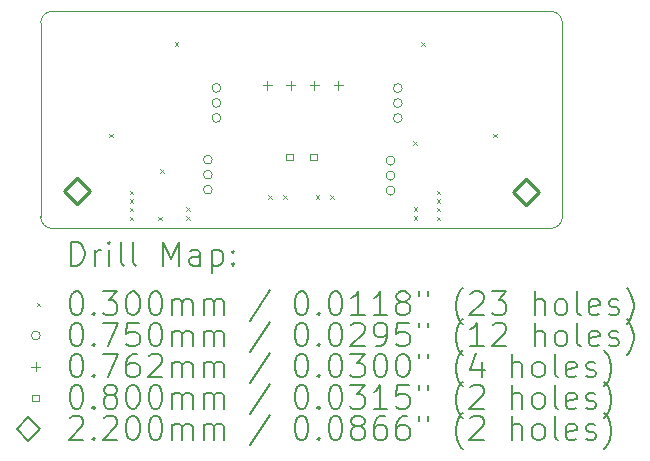
<source format=gbr>
%TF.GenerationSoftware,KiCad,Pcbnew,9.0.4*%
%TF.CreationDate,2025-08-24T20:57:09+02:00*%
%TF.ProjectId,npn-pnp-h-bridge,6e706e2d-706e-4702-9d68-2d6272696467,rev?*%
%TF.SameCoordinates,Original*%
%TF.FileFunction,Drillmap*%
%TF.FilePolarity,Positive*%
%FSLAX45Y45*%
G04 Gerber Fmt 4.5, Leading zero omitted, Abs format (unit mm)*
G04 Created by KiCad (PCBNEW 9.0.4) date 2025-08-24 20:57:09*
%MOMM*%
%LPD*%
G01*
G04 APERTURE LIST*
%ADD10C,0.050000*%
%ADD11C,0.200000*%
%ADD12C,0.100000*%
%ADD13C,0.220000*%
G04 APERTURE END LIST*
D10*
X19189289Y-10725000D02*
X14970711Y-10725000D01*
X14970711Y-8886260D02*
X19189290Y-8886260D01*
X19189289Y-8886260D02*
G75*
G02*
X19289290Y-8986260I1J-100000D01*
G01*
X14870711Y-8986260D02*
G75*
G02*
X14970711Y-8886261I99999J0D01*
G01*
X14970711Y-10725000D02*
G75*
G02*
X14870710Y-10625000I-1J100000D01*
G01*
X14870711Y-10625000D02*
X14870711Y-8986260D01*
X19289289Y-10625000D02*
G75*
G02*
X19189289Y-10724999I-99999J0D01*
G01*
X19289289Y-8986260D02*
X19289289Y-10625000D01*
D11*
D12*
X15451450Y-9925000D02*
X15481450Y-9955000D01*
X15481450Y-9925000D02*
X15451450Y-9955000D01*
X15625000Y-10405000D02*
X15655000Y-10435000D01*
X15655000Y-10405000D02*
X15625000Y-10435000D01*
X15625000Y-10478333D02*
X15655000Y-10508333D01*
X15655000Y-10478333D02*
X15625000Y-10508333D01*
X15625000Y-10551667D02*
X15655000Y-10581667D01*
X15655000Y-10551667D02*
X15625000Y-10581667D01*
X15625000Y-10625000D02*
X15655000Y-10655000D01*
X15655000Y-10625000D02*
X15625000Y-10655000D01*
X15865000Y-10625000D02*
X15895000Y-10655000D01*
X15895000Y-10625000D02*
X15865000Y-10655000D01*
X15885000Y-10225000D02*
X15915000Y-10255000D01*
X15915000Y-10225000D02*
X15885000Y-10255000D01*
X16005000Y-9148560D02*
X16035000Y-9178560D01*
X16035000Y-9148560D02*
X16005000Y-9178560D01*
X16105000Y-10546260D02*
X16135000Y-10576260D01*
X16135000Y-10546260D02*
X16105000Y-10576260D01*
X16105000Y-10621260D02*
X16135000Y-10651260D01*
X16135000Y-10621260D02*
X16105000Y-10651260D01*
X16800000Y-10445000D02*
X16830000Y-10475000D01*
X16830000Y-10445000D02*
X16800000Y-10475000D01*
X16925000Y-10445000D02*
X16955000Y-10475000D01*
X16955000Y-10445000D02*
X16925000Y-10475000D01*
X17200000Y-10445000D02*
X17230000Y-10475000D01*
X17230000Y-10445000D02*
X17200000Y-10475000D01*
X17325000Y-10445000D02*
X17355000Y-10475000D01*
X17355000Y-10445000D02*
X17325000Y-10475000D01*
X18025000Y-9985000D02*
X18055000Y-10015000D01*
X18055000Y-9985000D02*
X18025000Y-10015000D01*
X18030000Y-10546260D02*
X18060000Y-10576260D01*
X18060000Y-10546260D02*
X18030000Y-10576260D01*
X18030000Y-10621260D02*
X18060000Y-10651260D01*
X18060000Y-10621260D02*
X18030000Y-10651260D01*
X18095000Y-9148291D02*
X18125000Y-9178291D01*
X18125000Y-9148291D02*
X18095000Y-9178291D01*
X18225000Y-10405000D02*
X18255000Y-10435000D01*
X18255000Y-10405000D02*
X18225000Y-10435000D01*
X18225000Y-10478333D02*
X18255000Y-10508333D01*
X18255000Y-10478333D02*
X18225000Y-10508333D01*
X18225000Y-10551667D02*
X18255000Y-10581667D01*
X18255000Y-10551667D02*
X18225000Y-10581667D01*
X18225000Y-10625000D02*
X18255000Y-10655000D01*
X18255000Y-10625000D02*
X18225000Y-10655000D01*
X18705000Y-9925000D02*
X18735000Y-9955000D01*
X18735000Y-9925000D02*
X18705000Y-9955000D01*
X16323713Y-10142759D02*
G75*
G02*
X16248713Y-10142759I-37500J0D01*
G01*
X16248713Y-10142759D02*
G75*
G02*
X16323713Y-10142759I37500J0D01*
G01*
X16323713Y-10269759D02*
G75*
G02*
X16248713Y-10269759I-37500J0D01*
G01*
X16248713Y-10269759D02*
G75*
G02*
X16323713Y-10269759I37500J0D01*
G01*
X16323713Y-10396759D02*
G75*
G02*
X16248713Y-10396759I-37500J0D01*
G01*
X16248713Y-10396759D02*
G75*
G02*
X16323713Y-10396759I37500J0D01*
G01*
X16396713Y-9535759D02*
G75*
G02*
X16321713Y-9535759I-37500J0D01*
G01*
X16321713Y-9535759D02*
G75*
G02*
X16396713Y-9535759I37500J0D01*
G01*
X16396713Y-9662759D02*
G75*
G02*
X16321713Y-9662759I-37500J0D01*
G01*
X16321713Y-9662759D02*
G75*
G02*
X16396713Y-9662759I37500J0D01*
G01*
X16396713Y-9789759D02*
G75*
G02*
X16321713Y-9789759I-37500J0D01*
G01*
X16321713Y-9789759D02*
G75*
G02*
X16396713Y-9789759I37500J0D01*
G01*
X17871055Y-10150853D02*
G75*
G02*
X17796055Y-10150853I-37500J0D01*
G01*
X17796055Y-10150853D02*
G75*
G02*
X17871055Y-10150853I37500J0D01*
G01*
X17871055Y-10277853D02*
G75*
G02*
X17796055Y-10277853I-37500J0D01*
G01*
X17796055Y-10277853D02*
G75*
G02*
X17871055Y-10277853I37500J0D01*
G01*
X17871055Y-10404853D02*
G75*
G02*
X17796055Y-10404853I-37500J0D01*
G01*
X17796055Y-10404853D02*
G75*
G02*
X17871055Y-10404853I37500J0D01*
G01*
X17932500Y-9536853D02*
G75*
G02*
X17857500Y-9536853I-37500J0D01*
G01*
X17857500Y-9536853D02*
G75*
G02*
X17932500Y-9536853I37500J0D01*
G01*
X17932500Y-9663853D02*
G75*
G02*
X17857500Y-9663853I-37500J0D01*
G01*
X17857500Y-9663853D02*
G75*
G02*
X17932500Y-9663853I37500J0D01*
G01*
X17932500Y-9790853D02*
G75*
G02*
X17857500Y-9790853I-37500J0D01*
G01*
X17857500Y-9790853D02*
G75*
G02*
X17932500Y-9790853I37500J0D01*
G01*
X16789510Y-9473640D02*
X16789510Y-9549840D01*
X16751410Y-9511740D02*
X16827610Y-9511740D01*
X16989510Y-9473640D02*
X16989510Y-9549840D01*
X16951410Y-9511740D02*
X17027610Y-9511740D01*
X17189510Y-9473640D02*
X17189510Y-9549840D01*
X17151410Y-9511740D02*
X17227610Y-9511740D01*
X17389510Y-9473640D02*
X17389510Y-9549840D01*
X17351410Y-9511740D02*
X17427610Y-9511740D01*
X17008285Y-10148285D02*
X17008285Y-10091716D01*
X16951716Y-10091716D01*
X16951716Y-10148285D01*
X17008285Y-10148285D01*
X17208285Y-10148285D02*
X17208285Y-10091716D01*
X17151716Y-10091716D01*
X17151716Y-10148285D01*
X17208285Y-10148285D01*
D13*
X15180000Y-10520000D02*
X15290000Y-10410000D01*
X15180000Y-10300000D01*
X15070000Y-10410000D01*
X15180000Y-10520000D01*
X18980000Y-10530000D02*
X19090000Y-10420000D01*
X18980000Y-10310000D01*
X18870000Y-10420000D01*
X18980000Y-10530000D01*
D11*
X15128987Y-11038984D02*
X15128987Y-10838984D01*
X15128987Y-10838984D02*
X15176606Y-10838984D01*
X15176606Y-10838984D02*
X15205178Y-10848508D01*
X15205178Y-10848508D02*
X15224226Y-10867555D01*
X15224226Y-10867555D02*
X15233749Y-10886603D01*
X15233749Y-10886603D02*
X15243273Y-10924698D01*
X15243273Y-10924698D02*
X15243273Y-10953270D01*
X15243273Y-10953270D02*
X15233749Y-10991365D01*
X15233749Y-10991365D02*
X15224226Y-11010412D01*
X15224226Y-11010412D02*
X15205178Y-11029460D01*
X15205178Y-11029460D02*
X15176606Y-11038984D01*
X15176606Y-11038984D02*
X15128987Y-11038984D01*
X15328987Y-11038984D02*
X15328987Y-10905650D01*
X15328987Y-10943746D02*
X15338511Y-10924698D01*
X15338511Y-10924698D02*
X15348035Y-10915174D01*
X15348035Y-10915174D02*
X15367083Y-10905650D01*
X15367083Y-10905650D02*
X15386130Y-10905650D01*
X15452797Y-11038984D02*
X15452797Y-10905650D01*
X15452797Y-10838984D02*
X15443273Y-10848508D01*
X15443273Y-10848508D02*
X15452797Y-10858031D01*
X15452797Y-10858031D02*
X15462321Y-10848508D01*
X15462321Y-10848508D02*
X15452797Y-10838984D01*
X15452797Y-10838984D02*
X15452797Y-10858031D01*
X15576606Y-11038984D02*
X15557559Y-11029460D01*
X15557559Y-11029460D02*
X15548035Y-11010412D01*
X15548035Y-11010412D02*
X15548035Y-10838984D01*
X15681368Y-11038984D02*
X15662321Y-11029460D01*
X15662321Y-11029460D02*
X15652797Y-11010412D01*
X15652797Y-11010412D02*
X15652797Y-10838984D01*
X15909940Y-11038984D02*
X15909940Y-10838984D01*
X15909940Y-10838984D02*
X15976607Y-10981841D01*
X15976607Y-10981841D02*
X16043273Y-10838984D01*
X16043273Y-10838984D02*
X16043273Y-11038984D01*
X16224226Y-11038984D02*
X16224226Y-10934222D01*
X16224226Y-10934222D02*
X16214702Y-10915174D01*
X16214702Y-10915174D02*
X16195654Y-10905650D01*
X16195654Y-10905650D02*
X16157559Y-10905650D01*
X16157559Y-10905650D02*
X16138511Y-10915174D01*
X16224226Y-11029460D02*
X16205178Y-11038984D01*
X16205178Y-11038984D02*
X16157559Y-11038984D01*
X16157559Y-11038984D02*
X16138511Y-11029460D01*
X16138511Y-11029460D02*
X16128987Y-11010412D01*
X16128987Y-11010412D02*
X16128987Y-10991365D01*
X16128987Y-10991365D02*
X16138511Y-10972317D01*
X16138511Y-10972317D02*
X16157559Y-10962793D01*
X16157559Y-10962793D02*
X16205178Y-10962793D01*
X16205178Y-10962793D02*
X16224226Y-10953270D01*
X16319464Y-10905650D02*
X16319464Y-11105650D01*
X16319464Y-10915174D02*
X16338511Y-10905650D01*
X16338511Y-10905650D02*
X16376607Y-10905650D01*
X16376607Y-10905650D02*
X16395654Y-10915174D01*
X16395654Y-10915174D02*
X16405178Y-10924698D01*
X16405178Y-10924698D02*
X16414702Y-10943746D01*
X16414702Y-10943746D02*
X16414702Y-11000889D01*
X16414702Y-11000889D02*
X16405178Y-11019936D01*
X16405178Y-11019936D02*
X16395654Y-11029460D01*
X16395654Y-11029460D02*
X16376607Y-11038984D01*
X16376607Y-11038984D02*
X16338511Y-11038984D01*
X16338511Y-11038984D02*
X16319464Y-11029460D01*
X16500416Y-11019936D02*
X16509940Y-11029460D01*
X16509940Y-11029460D02*
X16500416Y-11038984D01*
X16500416Y-11038984D02*
X16490892Y-11029460D01*
X16490892Y-11029460D02*
X16500416Y-11019936D01*
X16500416Y-11019936D02*
X16500416Y-11038984D01*
X16500416Y-10915174D02*
X16509940Y-10924698D01*
X16509940Y-10924698D02*
X16500416Y-10934222D01*
X16500416Y-10934222D02*
X16490892Y-10924698D01*
X16490892Y-10924698D02*
X16500416Y-10915174D01*
X16500416Y-10915174D02*
X16500416Y-10934222D01*
D12*
X14838211Y-11352500D02*
X14868211Y-11382500D01*
X14868211Y-11352500D02*
X14838211Y-11382500D01*
D11*
X15167083Y-11258984D02*
X15186130Y-11258984D01*
X15186130Y-11258984D02*
X15205178Y-11268508D01*
X15205178Y-11268508D02*
X15214702Y-11278031D01*
X15214702Y-11278031D02*
X15224226Y-11297079D01*
X15224226Y-11297079D02*
X15233749Y-11335174D01*
X15233749Y-11335174D02*
X15233749Y-11382793D01*
X15233749Y-11382793D02*
X15224226Y-11420888D01*
X15224226Y-11420888D02*
X15214702Y-11439936D01*
X15214702Y-11439936D02*
X15205178Y-11449460D01*
X15205178Y-11449460D02*
X15186130Y-11458984D01*
X15186130Y-11458984D02*
X15167083Y-11458984D01*
X15167083Y-11458984D02*
X15148035Y-11449460D01*
X15148035Y-11449460D02*
X15138511Y-11439936D01*
X15138511Y-11439936D02*
X15128987Y-11420888D01*
X15128987Y-11420888D02*
X15119464Y-11382793D01*
X15119464Y-11382793D02*
X15119464Y-11335174D01*
X15119464Y-11335174D02*
X15128987Y-11297079D01*
X15128987Y-11297079D02*
X15138511Y-11278031D01*
X15138511Y-11278031D02*
X15148035Y-11268508D01*
X15148035Y-11268508D02*
X15167083Y-11258984D01*
X15319464Y-11439936D02*
X15328987Y-11449460D01*
X15328987Y-11449460D02*
X15319464Y-11458984D01*
X15319464Y-11458984D02*
X15309940Y-11449460D01*
X15309940Y-11449460D02*
X15319464Y-11439936D01*
X15319464Y-11439936D02*
X15319464Y-11458984D01*
X15395654Y-11258984D02*
X15519464Y-11258984D01*
X15519464Y-11258984D02*
X15452797Y-11335174D01*
X15452797Y-11335174D02*
X15481368Y-11335174D01*
X15481368Y-11335174D02*
X15500416Y-11344698D01*
X15500416Y-11344698D02*
X15509940Y-11354222D01*
X15509940Y-11354222D02*
X15519464Y-11373269D01*
X15519464Y-11373269D02*
X15519464Y-11420888D01*
X15519464Y-11420888D02*
X15509940Y-11439936D01*
X15509940Y-11439936D02*
X15500416Y-11449460D01*
X15500416Y-11449460D02*
X15481368Y-11458984D01*
X15481368Y-11458984D02*
X15424226Y-11458984D01*
X15424226Y-11458984D02*
X15405178Y-11449460D01*
X15405178Y-11449460D02*
X15395654Y-11439936D01*
X15643273Y-11258984D02*
X15662321Y-11258984D01*
X15662321Y-11258984D02*
X15681368Y-11268508D01*
X15681368Y-11268508D02*
X15690892Y-11278031D01*
X15690892Y-11278031D02*
X15700416Y-11297079D01*
X15700416Y-11297079D02*
X15709940Y-11335174D01*
X15709940Y-11335174D02*
X15709940Y-11382793D01*
X15709940Y-11382793D02*
X15700416Y-11420888D01*
X15700416Y-11420888D02*
X15690892Y-11439936D01*
X15690892Y-11439936D02*
X15681368Y-11449460D01*
X15681368Y-11449460D02*
X15662321Y-11458984D01*
X15662321Y-11458984D02*
X15643273Y-11458984D01*
X15643273Y-11458984D02*
X15624226Y-11449460D01*
X15624226Y-11449460D02*
X15614702Y-11439936D01*
X15614702Y-11439936D02*
X15605178Y-11420888D01*
X15605178Y-11420888D02*
X15595654Y-11382793D01*
X15595654Y-11382793D02*
X15595654Y-11335174D01*
X15595654Y-11335174D02*
X15605178Y-11297079D01*
X15605178Y-11297079D02*
X15614702Y-11278031D01*
X15614702Y-11278031D02*
X15624226Y-11268508D01*
X15624226Y-11268508D02*
X15643273Y-11258984D01*
X15833749Y-11258984D02*
X15852797Y-11258984D01*
X15852797Y-11258984D02*
X15871845Y-11268508D01*
X15871845Y-11268508D02*
X15881368Y-11278031D01*
X15881368Y-11278031D02*
X15890892Y-11297079D01*
X15890892Y-11297079D02*
X15900416Y-11335174D01*
X15900416Y-11335174D02*
X15900416Y-11382793D01*
X15900416Y-11382793D02*
X15890892Y-11420888D01*
X15890892Y-11420888D02*
X15881368Y-11439936D01*
X15881368Y-11439936D02*
X15871845Y-11449460D01*
X15871845Y-11449460D02*
X15852797Y-11458984D01*
X15852797Y-11458984D02*
X15833749Y-11458984D01*
X15833749Y-11458984D02*
X15814702Y-11449460D01*
X15814702Y-11449460D02*
X15805178Y-11439936D01*
X15805178Y-11439936D02*
X15795654Y-11420888D01*
X15795654Y-11420888D02*
X15786130Y-11382793D01*
X15786130Y-11382793D02*
X15786130Y-11335174D01*
X15786130Y-11335174D02*
X15795654Y-11297079D01*
X15795654Y-11297079D02*
X15805178Y-11278031D01*
X15805178Y-11278031D02*
X15814702Y-11268508D01*
X15814702Y-11268508D02*
X15833749Y-11258984D01*
X15986130Y-11458984D02*
X15986130Y-11325650D01*
X15986130Y-11344698D02*
X15995654Y-11335174D01*
X15995654Y-11335174D02*
X16014702Y-11325650D01*
X16014702Y-11325650D02*
X16043273Y-11325650D01*
X16043273Y-11325650D02*
X16062321Y-11335174D01*
X16062321Y-11335174D02*
X16071845Y-11354222D01*
X16071845Y-11354222D02*
X16071845Y-11458984D01*
X16071845Y-11354222D02*
X16081368Y-11335174D01*
X16081368Y-11335174D02*
X16100416Y-11325650D01*
X16100416Y-11325650D02*
X16128987Y-11325650D01*
X16128987Y-11325650D02*
X16148035Y-11335174D01*
X16148035Y-11335174D02*
X16157559Y-11354222D01*
X16157559Y-11354222D02*
X16157559Y-11458984D01*
X16252797Y-11458984D02*
X16252797Y-11325650D01*
X16252797Y-11344698D02*
X16262321Y-11335174D01*
X16262321Y-11335174D02*
X16281368Y-11325650D01*
X16281368Y-11325650D02*
X16309940Y-11325650D01*
X16309940Y-11325650D02*
X16328988Y-11335174D01*
X16328988Y-11335174D02*
X16338511Y-11354222D01*
X16338511Y-11354222D02*
X16338511Y-11458984D01*
X16338511Y-11354222D02*
X16348035Y-11335174D01*
X16348035Y-11335174D02*
X16367083Y-11325650D01*
X16367083Y-11325650D02*
X16395654Y-11325650D01*
X16395654Y-11325650D02*
X16414702Y-11335174D01*
X16414702Y-11335174D02*
X16424226Y-11354222D01*
X16424226Y-11354222D02*
X16424226Y-11458984D01*
X16814702Y-11249460D02*
X16643273Y-11506603D01*
X17071845Y-11258984D02*
X17090893Y-11258984D01*
X17090893Y-11258984D02*
X17109940Y-11268508D01*
X17109940Y-11268508D02*
X17119464Y-11278031D01*
X17119464Y-11278031D02*
X17128988Y-11297079D01*
X17128988Y-11297079D02*
X17138512Y-11335174D01*
X17138512Y-11335174D02*
X17138512Y-11382793D01*
X17138512Y-11382793D02*
X17128988Y-11420888D01*
X17128988Y-11420888D02*
X17119464Y-11439936D01*
X17119464Y-11439936D02*
X17109940Y-11449460D01*
X17109940Y-11449460D02*
X17090893Y-11458984D01*
X17090893Y-11458984D02*
X17071845Y-11458984D01*
X17071845Y-11458984D02*
X17052797Y-11449460D01*
X17052797Y-11449460D02*
X17043273Y-11439936D01*
X17043273Y-11439936D02*
X17033750Y-11420888D01*
X17033750Y-11420888D02*
X17024226Y-11382793D01*
X17024226Y-11382793D02*
X17024226Y-11335174D01*
X17024226Y-11335174D02*
X17033750Y-11297079D01*
X17033750Y-11297079D02*
X17043273Y-11278031D01*
X17043273Y-11278031D02*
X17052797Y-11268508D01*
X17052797Y-11268508D02*
X17071845Y-11258984D01*
X17224226Y-11439936D02*
X17233750Y-11449460D01*
X17233750Y-11449460D02*
X17224226Y-11458984D01*
X17224226Y-11458984D02*
X17214702Y-11449460D01*
X17214702Y-11449460D02*
X17224226Y-11439936D01*
X17224226Y-11439936D02*
X17224226Y-11458984D01*
X17357559Y-11258984D02*
X17376607Y-11258984D01*
X17376607Y-11258984D02*
X17395654Y-11268508D01*
X17395654Y-11268508D02*
X17405178Y-11278031D01*
X17405178Y-11278031D02*
X17414702Y-11297079D01*
X17414702Y-11297079D02*
X17424226Y-11335174D01*
X17424226Y-11335174D02*
X17424226Y-11382793D01*
X17424226Y-11382793D02*
X17414702Y-11420888D01*
X17414702Y-11420888D02*
X17405178Y-11439936D01*
X17405178Y-11439936D02*
X17395654Y-11449460D01*
X17395654Y-11449460D02*
X17376607Y-11458984D01*
X17376607Y-11458984D02*
X17357559Y-11458984D01*
X17357559Y-11458984D02*
X17338512Y-11449460D01*
X17338512Y-11449460D02*
X17328988Y-11439936D01*
X17328988Y-11439936D02*
X17319464Y-11420888D01*
X17319464Y-11420888D02*
X17309940Y-11382793D01*
X17309940Y-11382793D02*
X17309940Y-11335174D01*
X17309940Y-11335174D02*
X17319464Y-11297079D01*
X17319464Y-11297079D02*
X17328988Y-11278031D01*
X17328988Y-11278031D02*
X17338512Y-11268508D01*
X17338512Y-11268508D02*
X17357559Y-11258984D01*
X17614702Y-11458984D02*
X17500416Y-11458984D01*
X17557559Y-11458984D02*
X17557559Y-11258984D01*
X17557559Y-11258984D02*
X17538512Y-11287555D01*
X17538512Y-11287555D02*
X17519464Y-11306603D01*
X17519464Y-11306603D02*
X17500416Y-11316127D01*
X17805178Y-11458984D02*
X17690893Y-11458984D01*
X17748035Y-11458984D02*
X17748035Y-11258984D01*
X17748035Y-11258984D02*
X17728988Y-11287555D01*
X17728988Y-11287555D02*
X17709940Y-11306603D01*
X17709940Y-11306603D02*
X17690893Y-11316127D01*
X17919464Y-11344698D02*
X17900416Y-11335174D01*
X17900416Y-11335174D02*
X17890893Y-11325650D01*
X17890893Y-11325650D02*
X17881369Y-11306603D01*
X17881369Y-11306603D02*
X17881369Y-11297079D01*
X17881369Y-11297079D02*
X17890893Y-11278031D01*
X17890893Y-11278031D02*
X17900416Y-11268508D01*
X17900416Y-11268508D02*
X17919464Y-11258984D01*
X17919464Y-11258984D02*
X17957559Y-11258984D01*
X17957559Y-11258984D02*
X17976607Y-11268508D01*
X17976607Y-11268508D02*
X17986131Y-11278031D01*
X17986131Y-11278031D02*
X17995654Y-11297079D01*
X17995654Y-11297079D02*
X17995654Y-11306603D01*
X17995654Y-11306603D02*
X17986131Y-11325650D01*
X17986131Y-11325650D02*
X17976607Y-11335174D01*
X17976607Y-11335174D02*
X17957559Y-11344698D01*
X17957559Y-11344698D02*
X17919464Y-11344698D01*
X17919464Y-11344698D02*
X17900416Y-11354222D01*
X17900416Y-11354222D02*
X17890893Y-11363746D01*
X17890893Y-11363746D02*
X17881369Y-11382793D01*
X17881369Y-11382793D02*
X17881369Y-11420888D01*
X17881369Y-11420888D02*
X17890893Y-11439936D01*
X17890893Y-11439936D02*
X17900416Y-11449460D01*
X17900416Y-11449460D02*
X17919464Y-11458984D01*
X17919464Y-11458984D02*
X17957559Y-11458984D01*
X17957559Y-11458984D02*
X17976607Y-11449460D01*
X17976607Y-11449460D02*
X17986131Y-11439936D01*
X17986131Y-11439936D02*
X17995654Y-11420888D01*
X17995654Y-11420888D02*
X17995654Y-11382793D01*
X17995654Y-11382793D02*
X17986131Y-11363746D01*
X17986131Y-11363746D02*
X17976607Y-11354222D01*
X17976607Y-11354222D02*
X17957559Y-11344698D01*
X18071845Y-11258984D02*
X18071845Y-11297079D01*
X18148035Y-11258984D02*
X18148035Y-11297079D01*
X18443274Y-11535174D02*
X18433750Y-11525650D01*
X18433750Y-11525650D02*
X18414702Y-11497079D01*
X18414702Y-11497079D02*
X18405178Y-11478031D01*
X18405178Y-11478031D02*
X18395655Y-11449460D01*
X18395655Y-11449460D02*
X18386131Y-11401841D01*
X18386131Y-11401841D02*
X18386131Y-11363746D01*
X18386131Y-11363746D02*
X18395655Y-11316127D01*
X18395655Y-11316127D02*
X18405178Y-11287555D01*
X18405178Y-11287555D02*
X18414702Y-11268508D01*
X18414702Y-11268508D02*
X18433750Y-11239936D01*
X18433750Y-11239936D02*
X18443274Y-11230412D01*
X18509940Y-11278031D02*
X18519464Y-11268508D01*
X18519464Y-11268508D02*
X18538512Y-11258984D01*
X18538512Y-11258984D02*
X18586131Y-11258984D01*
X18586131Y-11258984D02*
X18605178Y-11268508D01*
X18605178Y-11268508D02*
X18614702Y-11278031D01*
X18614702Y-11278031D02*
X18624226Y-11297079D01*
X18624226Y-11297079D02*
X18624226Y-11316127D01*
X18624226Y-11316127D02*
X18614702Y-11344698D01*
X18614702Y-11344698D02*
X18500416Y-11458984D01*
X18500416Y-11458984D02*
X18624226Y-11458984D01*
X18690893Y-11258984D02*
X18814702Y-11258984D01*
X18814702Y-11258984D02*
X18748035Y-11335174D01*
X18748035Y-11335174D02*
X18776607Y-11335174D01*
X18776607Y-11335174D02*
X18795655Y-11344698D01*
X18795655Y-11344698D02*
X18805178Y-11354222D01*
X18805178Y-11354222D02*
X18814702Y-11373269D01*
X18814702Y-11373269D02*
X18814702Y-11420888D01*
X18814702Y-11420888D02*
X18805178Y-11439936D01*
X18805178Y-11439936D02*
X18795655Y-11449460D01*
X18795655Y-11449460D02*
X18776607Y-11458984D01*
X18776607Y-11458984D02*
X18719464Y-11458984D01*
X18719464Y-11458984D02*
X18700416Y-11449460D01*
X18700416Y-11449460D02*
X18690893Y-11439936D01*
X19052797Y-11458984D02*
X19052797Y-11258984D01*
X19138512Y-11458984D02*
X19138512Y-11354222D01*
X19138512Y-11354222D02*
X19128988Y-11335174D01*
X19128988Y-11335174D02*
X19109940Y-11325650D01*
X19109940Y-11325650D02*
X19081369Y-11325650D01*
X19081369Y-11325650D02*
X19062321Y-11335174D01*
X19062321Y-11335174D02*
X19052797Y-11344698D01*
X19262321Y-11458984D02*
X19243274Y-11449460D01*
X19243274Y-11449460D02*
X19233750Y-11439936D01*
X19233750Y-11439936D02*
X19224226Y-11420888D01*
X19224226Y-11420888D02*
X19224226Y-11363746D01*
X19224226Y-11363746D02*
X19233750Y-11344698D01*
X19233750Y-11344698D02*
X19243274Y-11335174D01*
X19243274Y-11335174D02*
X19262321Y-11325650D01*
X19262321Y-11325650D02*
X19290893Y-11325650D01*
X19290893Y-11325650D02*
X19309940Y-11335174D01*
X19309940Y-11335174D02*
X19319464Y-11344698D01*
X19319464Y-11344698D02*
X19328988Y-11363746D01*
X19328988Y-11363746D02*
X19328988Y-11420888D01*
X19328988Y-11420888D02*
X19319464Y-11439936D01*
X19319464Y-11439936D02*
X19309940Y-11449460D01*
X19309940Y-11449460D02*
X19290893Y-11458984D01*
X19290893Y-11458984D02*
X19262321Y-11458984D01*
X19443274Y-11458984D02*
X19424226Y-11449460D01*
X19424226Y-11449460D02*
X19414702Y-11430412D01*
X19414702Y-11430412D02*
X19414702Y-11258984D01*
X19595655Y-11449460D02*
X19576607Y-11458984D01*
X19576607Y-11458984D02*
X19538512Y-11458984D01*
X19538512Y-11458984D02*
X19519464Y-11449460D01*
X19519464Y-11449460D02*
X19509940Y-11430412D01*
X19509940Y-11430412D02*
X19509940Y-11354222D01*
X19509940Y-11354222D02*
X19519464Y-11335174D01*
X19519464Y-11335174D02*
X19538512Y-11325650D01*
X19538512Y-11325650D02*
X19576607Y-11325650D01*
X19576607Y-11325650D02*
X19595655Y-11335174D01*
X19595655Y-11335174D02*
X19605178Y-11354222D01*
X19605178Y-11354222D02*
X19605178Y-11373269D01*
X19605178Y-11373269D02*
X19509940Y-11392317D01*
X19681369Y-11449460D02*
X19700417Y-11458984D01*
X19700417Y-11458984D02*
X19738512Y-11458984D01*
X19738512Y-11458984D02*
X19757559Y-11449460D01*
X19757559Y-11449460D02*
X19767083Y-11430412D01*
X19767083Y-11430412D02*
X19767083Y-11420888D01*
X19767083Y-11420888D02*
X19757559Y-11401841D01*
X19757559Y-11401841D02*
X19738512Y-11392317D01*
X19738512Y-11392317D02*
X19709940Y-11392317D01*
X19709940Y-11392317D02*
X19690893Y-11382793D01*
X19690893Y-11382793D02*
X19681369Y-11363746D01*
X19681369Y-11363746D02*
X19681369Y-11354222D01*
X19681369Y-11354222D02*
X19690893Y-11335174D01*
X19690893Y-11335174D02*
X19709940Y-11325650D01*
X19709940Y-11325650D02*
X19738512Y-11325650D01*
X19738512Y-11325650D02*
X19757559Y-11335174D01*
X19833750Y-11535174D02*
X19843274Y-11525650D01*
X19843274Y-11525650D02*
X19862321Y-11497079D01*
X19862321Y-11497079D02*
X19871845Y-11478031D01*
X19871845Y-11478031D02*
X19881369Y-11449460D01*
X19881369Y-11449460D02*
X19890893Y-11401841D01*
X19890893Y-11401841D02*
X19890893Y-11363746D01*
X19890893Y-11363746D02*
X19881369Y-11316127D01*
X19881369Y-11316127D02*
X19871845Y-11287555D01*
X19871845Y-11287555D02*
X19862321Y-11268508D01*
X19862321Y-11268508D02*
X19843274Y-11239936D01*
X19843274Y-11239936D02*
X19833750Y-11230412D01*
D12*
X14868211Y-11631500D02*
G75*
G02*
X14793211Y-11631500I-37500J0D01*
G01*
X14793211Y-11631500D02*
G75*
G02*
X14868211Y-11631500I37500J0D01*
G01*
D11*
X15167083Y-11522984D02*
X15186130Y-11522984D01*
X15186130Y-11522984D02*
X15205178Y-11532508D01*
X15205178Y-11532508D02*
X15214702Y-11542031D01*
X15214702Y-11542031D02*
X15224226Y-11561079D01*
X15224226Y-11561079D02*
X15233749Y-11599174D01*
X15233749Y-11599174D02*
X15233749Y-11646793D01*
X15233749Y-11646793D02*
X15224226Y-11684888D01*
X15224226Y-11684888D02*
X15214702Y-11703936D01*
X15214702Y-11703936D02*
X15205178Y-11713460D01*
X15205178Y-11713460D02*
X15186130Y-11722984D01*
X15186130Y-11722984D02*
X15167083Y-11722984D01*
X15167083Y-11722984D02*
X15148035Y-11713460D01*
X15148035Y-11713460D02*
X15138511Y-11703936D01*
X15138511Y-11703936D02*
X15128987Y-11684888D01*
X15128987Y-11684888D02*
X15119464Y-11646793D01*
X15119464Y-11646793D02*
X15119464Y-11599174D01*
X15119464Y-11599174D02*
X15128987Y-11561079D01*
X15128987Y-11561079D02*
X15138511Y-11542031D01*
X15138511Y-11542031D02*
X15148035Y-11532508D01*
X15148035Y-11532508D02*
X15167083Y-11522984D01*
X15319464Y-11703936D02*
X15328987Y-11713460D01*
X15328987Y-11713460D02*
X15319464Y-11722984D01*
X15319464Y-11722984D02*
X15309940Y-11713460D01*
X15309940Y-11713460D02*
X15319464Y-11703936D01*
X15319464Y-11703936D02*
X15319464Y-11722984D01*
X15395654Y-11522984D02*
X15528987Y-11522984D01*
X15528987Y-11522984D02*
X15443273Y-11722984D01*
X15700416Y-11522984D02*
X15605178Y-11522984D01*
X15605178Y-11522984D02*
X15595654Y-11618222D01*
X15595654Y-11618222D02*
X15605178Y-11608698D01*
X15605178Y-11608698D02*
X15624226Y-11599174D01*
X15624226Y-11599174D02*
X15671845Y-11599174D01*
X15671845Y-11599174D02*
X15690892Y-11608698D01*
X15690892Y-11608698D02*
X15700416Y-11618222D01*
X15700416Y-11618222D02*
X15709940Y-11637269D01*
X15709940Y-11637269D02*
X15709940Y-11684888D01*
X15709940Y-11684888D02*
X15700416Y-11703936D01*
X15700416Y-11703936D02*
X15690892Y-11713460D01*
X15690892Y-11713460D02*
X15671845Y-11722984D01*
X15671845Y-11722984D02*
X15624226Y-11722984D01*
X15624226Y-11722984D02*
X15605178Y-11713460D01*
X15605178Y-11713460D02*
X15595654Y-11703936D01*
X15833749Y-11522984D02*
X15852797Y-11522984D01*
X15852797Y-11522984D02*
X15871845Y-11532508D01*
X15871845Y-11532508D02*
X15881368Y-11542031D01*
X15881368Y-11542031D02*
X15890892Y-11561079D01*
X15890892Y-11561079D02*
X15900416Y-11599174D01*
X15900416Y-11599174D02*
X15900416Y-11646793D01*
X15900416Y-11646793D02*
X15890892Y-11684888D01*
X15890892Y-11684888D02*
X15881368Y-11703936D01*
X15881368Y-11703936D02*
X15871845Y-11713460D01*
X15871845Y-11713460D02*
X15852797Y-11722984D01*
X15852797Y-11722984D02*
X15833749Y-11722984D01*
X15833749Y-11722984D02*
X15814702Y-11713460D01*
X15814702Y-11713460D02*
X15805178Y-11703936D01*
X15805178Y-11703936D02*
X15795654Y-11684888D01*
X15795654Y-11684888D02*
X15786130Y-11646793D01*
X15786130Y-11646793D02*
X15786130Y-11599174D01*
X15786130Y-11599174D02*
X15795654Y-11561079D01*
X15795654Y-11561079D02*
X15805178Y-11542031D01*
X15805178Y-11542031D02*
X15814702Y-11532508D01*
X15814702Y-11532508D02*
X15833749Y-11522984D01*
X15986130Y-11722984D02*
X15986130Y-11589650D01*
X15986130Y-11608698D02*
X15995654Y-11599174D01*
X15995654Y-11599174D02*
X16014702Y-11589650D01*
X16014702Y-11589650D02*
X16043273Y-11589650D01*
X16043273Y-11589650D02*
X16062321Y-11599174D01*
X16062321Y-11599174D02*
X16071845Y-11618222D01*
X16071845Y-11618222D02*
X16071845Y-11722984D01*
X16071845Y-11618222D02*
X16081368Y-11599174D01*
X16081368Y-11599174D02*
X16100416Y-11589650D01*
X16100416Y-11589650D02*
X16128987Y-11589650D01*
X16128987Y-11589650D02*
X16148035Y-11599174D01*
X16148035Y-11599174D02*
X16157559Y-11618222D01*
X16157559Y-11618222D02*
X16157559Y-11722984D01*
X16252797Y-11722984D02*
X16252797Y-11589650D01*
X16252797Y-11608698D02*
X16262321Y-11599174D01*
X16262321Y-11599174D02*
X16281368Y-11589650D01*
X16281368Y-11589650D02*
X16309940Y-11589650D01*
X16309940Y-11589650D02*
X16328988Y-11599174D01*
X16328988Y-11599174D02*
X16338511Y-11618222D01*
X16338511Y-11618222D02*
X16338511Y-11722984D01*
X16338511Y-11618222D02*
X16348035Y-11599174D01*
X16348035Y-11599174D02*
X16367083Y-11589650D01*
X16367083Y-11589650D02*
X16395654Y-11589650D01*
X16395654Y-11589650D02*
X16414702Y-11599174D01*
X16414702Y-11599174D02*
X16424226Y-11618222D01*
X16424226Y-11618222D02*
X16424226Y-11722984D01*
X16814702Y-11513460D02*
X16643273Y-11770603D01*
X17071845Y-11522984D02*
X17090893Y-11522984D01*
X17090893Y-11522984D02*
X17109940Y-11532508D01*
X17109940Y-11532508D02*
X17119464Y-11542031D01*
X17119464Y-11542031D02*
X17128988Y-11561079D01*
X17128988Y-11561079D02*
X17138512Y-11599174D01*
X17138512Y-11599174D02*
X17138512Y-11646793D01*
X17138512Y-11646793D02*
X17128988Y-11684888D01*
X17128988Y-11684888D02*
X17119464Y-11703936D01*
X17119464Y-11703936D02*
X17109940Y-11713460D01*
X17109940Y-11713460D02*
X17090893Y-11722984D01*
X17090893Y-11722984D02*
X17071845Y-11722984D01*
X17071845Y-11722984D02*
X17052797Y-11713460D01*
X17052797Y-11713460D02*
X17043273Y-11703936D01*
X17043273Y-11703936D02*
X17033750Y-11684888D01*
X17033750Y-11684888D02*
X17024226Y-11646793D01*
X17024226Y-11646793D02*
X17024226Y-11599174D01*
X17024226Y-11599174D02*
X17033750Y-11561079D01*
X17033750Y-11561079D02*
X17043273Y-11542031D01*
X17043273Y-11542031D02*
X17052797Y-11532508D01*
X17052797Y-11532508D02*
X17071845Y-11522984D01*
X17224226Y-11703936D02*
X17233750Y-11713460D01*
X17233750Y-11713460D02*
X17224226Y-11722984D01*
X17224226Y-11722984D02*
X17214702Y-11713460D01*
X17214702Y-11713460D02*
X17224226Y-11703936D01*
X17224226Y-11703936D02*
X17224226Y-11722984D01*
X17357559Y-11522984D02*
X17376607Y-11522984D01*
X17376607Y-11522984D02*
X17395654Y-11532508D01*
X17395654Y-11532508D02*
X17405178Y-11542031D01*
X17405178Y-11542031D02*
X17414702Y-11561079D01*
X17414702Y-11561079D02*
X17424226Y-11599174D01*
X17424226Y-11599174D02*
X17424226Y-11646793D01*
X17424226Y-11646793D02*
X17414702Y-11684888D01*
X17414702Y-11684888D02*
X17405178Y-11703936D01*
X17405178Y-11703936D02*
X17395654Y-11713460D01*
X17395654Y-11713460D02*
X17376607Y-11722984D01*
X17376607Y-11722984D02*
X17357559Y-11722984D01*
X17357559Y-11722984D02*
X17338512Y-11713460D01*
X17338512Y-11713460D02*
X17328988Y-11703936D01*
X17328988Y-11703936D02*
X17319464Y-11684888D01*
X17319464Y-11684888D02*
X17309940Y-11646793D01*
X17309940Y-11646793D02*
X17309940Y-11599174D01*
X17309940Y-11599174D02*
X17319464Y-11561079D01*
X17319464Y-11561079D02*
X17328988Y-11542031D01*
X17328988Y-11542031D02*
X17338512Y-11532508D01*
X17338512Y-11532508D02*
X17357559Y-11522984D01*
X17500416Y-11542031D02*
X17509940Y-11532508D01*
X17509940Y-11532508D02*
X17528988Y-11522984D01*
X17528988Y-11522984D02*
X17576607Y-11522984D01*
X17576607Y-11522984D02*
X17595654Y-11532508D01*
X17595654Y-11532508D02*
X17605178Y-11542031D01*
X17605178Y-11542031D02*
X17614702Y-11561079D01*
X17614702Y-11561079D02*
X17614702Y-11580127D01*
X17614702Y-11580127D02*
X17605178Y-11608698D01*
X17605178Y-11608698D02*
X17490893Y-11722984D01*
X17490893Y-11722984D02*
X17614702Y-11722984D01*
X17709940Y-11722984D02*
X17748035Y-11722984D01*
X17748035Y-11722984D02*
X17767083Y-11713460D01*
X17767083Y-11713460D02*
X17776607Y-11703936D01*
X17776607Y-11703936D02*
X17795654Y-11675365D01*
X17795654Y-11675365D02*
X17805178Y-11637269D01*
X17805178Y-11637269D02*
X17805178Y-11561079D01*
X17805178Y-11561079D02*
X17795654Y-11542031D01*
X17795654Y-11542031D02*
X17786131Y-11532508D01*
X17786131Y-11532508D02*
X17767083Y-11522984D01*
X17767083Y-11522984D02*
X17728988Y-11522984D01*
X17728988Y-11522984D02*
X17709940Y-11532508D01*
X17709940Y-11532508D02*
X17700416Y-11542031D01*
X17700416Y-11542031D02*
X17690893Y-11561079D01*
X17690893Y-11561079D02*
X17690893Y-11608698D01*
X17690893Y-11608698D02*
X17700416Y-11627746D01*
X17700416Y-11627746D02*
X17709940Y-11637269D01*
X17709940Y-11637269D02*
X17728988Y-11646793D01*
X17728988Y-11646793D02*
X17767083Y-11646793D01*
X17767083Y-11646793D02*
X17786131Y-11637269D01*
X17786131Y-11637269D02*
X17795654Y-11627746D01*
X17795654Y-11627746D02*
X17805178Y-11608698D01*
X17986131Y-11522984D02*
X17890893Y-11522984D01*
X17890893Y-11522984D02*
X17881369Y-11618222D01*
X17881369Y-11618222D02*
X17890893Y-11608698D01*
X17890893Y-11608698D02*
X17909940Y-11599174D01*
X17909940Y-11599174D02*
X17957559Y-11599174D01*
X17957559Y-11599174D02*
X17976607Y-11608698D01*
X17976607Y-11608698D02*
X17986131Y-11618222D01*
X17986131Y-11618222D02*
X17995654Y-11637269D01*
X17995654Y-11637269D02*
X17995654Y-11684888D01*
X17995654Y-11684888D02*
X17986131Y-11703936D01*
X17986131Y-11703936D02*
X17976607Y-11713460D01*
X17976607Y-11713460D02*
X17957559Y-11722984D01*
X17957559Y-11722984D02*
X17909940Y-11722984D01*
X17909940Y-11722984D02*
X17890893Y-11713460D01*
X17890893Y-11713460D02*
X17881369Y-11703936D01*
X18071845Y-11522984D02*
X18071845Y-11561079D01*
X18148035Y-11522984D02*
X18148035Y-11561079D01*
X18443274Y-11799174D02*
X18433750Y-11789650D01*
X18433750Y-11789650D02*
X18414702Y-11761079D01*
X18414702Y-11761079D02*
X18405178Y-11742031D01*
X18405178Y-11742031D02*
X18395655Y-11713460D01*
X18395655Y-11713460D02*
X18386131Y-11665841D01*
X18386131Y-11665841D02*
X18386131Y-11627746D01*
X18386131Y-11627746D02*
X18395655Y-11580127D01*
X18395655Y-11580127D02*
X18405178Y-11551555D01*
X18405178Y-11551555D02*
X18414702Y-11532508D01*
X18414702Y-11532508D02*
X18433750Y-11503936D01*
X18433750Y-11503936D02*
X18443274Y-11494412D01*
X18624226Y-11722984D02*
X18509940Y-11722984D01*
X18567083Y-11722984D02*
X18567083Y-11522984D01*
X18567083Y-11522984D02*
X18548035Y-11551555D01*
X18548035Y-11551555D02*
X18528988Y-11570603D01*
X18528988Y-11570603D02*
X18509940Y-11580127D01*
X18700416Y-11542031D02*
X18709940Y-11532508D01*
X18709940Y-11532508D02*
X18728988Y-11522984D01*
X18728988Y-11522984D02*
X18776607Y-11522984D01*
X18776607Y-11522984D02*
X18795655Y-11532508D01*
X18795655Y-11532508D02*
X18805178Y-11542031D01*
X18805178Y-11542031D02*
X18814702Y-11561079D01*
X18814702Y-11561079D02*
X18814702Y-11580127D01*
X18814702Y-11580127D02*
X18805178Y-11608698D01*
X18805178Y-11608698D02*
X18690893Y-11722984D01*
X18690893Y-11722984D02*
X18814702Y-11722984D01*
X19052797Y-11722984D02*
X19052797Y-11522984D01*
X19138512Y-11722984D02*
X19138512Y-11618222D01*
X19138512Y-11618222D02*
X19128988Y-11599174D01*
X19128988Y-11599174D02*
X19109940Y-11589650D01*
X19109940Y-11589650D02*
X19081369Y-11589650D01*
X19081369Y-11589650D02*
X19062321Y-11599174D01*
X19062321Y-11599174D02*
X19052797Y-11608698D01*
X19262321Y-11722984D02*
X19243274Y-11713460D01*
X19243274Y-11713460D02*
X19233750Y-11703936D01*
X19233750Y-11703936D02*
X19224226Y-11684888D01*
X19224226Y-11684888D02*
X19224226Y-11627746D01*
X19224226Y-11627746D02*
X19233750Y-11608698D01*
X19233750Y-11608698D02*
X19243274Y-11599174D01*
X19243274Y-11599174D02*
X19262321Y-11589650D01*
X19262321Y-11589650D02*
X19290893Y-11589650D01*
X19290893Y-11589650D02*
X19309940Y-11599174D01*
X19309940Y-11599174D02*
X19319464Y-11608698D01*
X19319464Y-11608698D02*
X19328988Y-11627746D01*
X19328988Y-11627746D02*
X19328988Y-11684888D01*
X19328988Y-11684888D02*
X19319464Y-11703936D01*
X19319464Y-11703936D02*
X19309940Y-11713460D01*
X19309940Y-11713460D02*
X19290893Y-11722984D01*
X19290893Y-11722984D02*
X19262321Y-11722984D01*
X19443274Y-11722984D02*
X19424226Y-11713460D01*
X19424226Y-11713460D02*
X19414702Y-11694412D01*
X19414702Y-11694412D02*
X19414702Y-11522984D01*
X19595655Y-11713460D02*
X19576607Y-11722984D01*
X19576607Y-11722984D02*
X19538512Y-11722984D01*
X19538512Y-11722984D02*
X19519464Y-11713460D01*
X19519464Y-11713460D02*
X19509940Y-11694412D01*
X19509940Y-11694412D02*
X19509940Y-11618222D01*
X19509940Y-11618222D02*
X19519464Y-11599174D01*
X19519464Y-11599174D02*
X19538512Y-11589650D01*
X19538512Y-11589650D02*
X19576607Y-11589650D01*
X19576607Y-11589650D02*
X19595655Y-11599174D01*
X19595655Y-11599174D02*
X19605178Y-11618222D01*
X19605178Y-11618222D02*
X19605178Y-11637269D01*
X19605178Y-11637269D02*
X19509940Y-11656317D01*
X19681369Y-11713460D02*
X19700417Y-11722984D01*
X19700417Y-11722984D02*
X19738512Y-11722984D01*
X19738512Y-11722984D02*
X19757559Y-11713460D01*
X19757559Y-11713460D02*
X19767083Y-11694412D01*
X19767083Y-11694412D02*
X19767083Y-11684888D01*
X19767083Y-11684888D02*
X19757559Y-11665841D01*
X19757559Y-11665841D02*
X19738512Y-11656317D01*
X19738512Y-11656317D02*
X19709940Y-11656317D01*
X19709940Y-11656317D02*
X19690893Y-11646793D01*
X19690893Y-11646793D02*
X19681369Y-11627746D01*
X19681369Y-11627746D02*
X19681369Y-11618222D01*
X19681369Y-11618222D02*
X19690893Y-11599174D01*
X19690893Y-11599174D02*
X19709940Y-11589650D01*
X19709940Y-11589650D02*
X19738512Y-11589650D01*
X19738512Y-11589650D02*
X19757559Y-11599174D01*
X19833750Y-11799174D02*
X19843274Y-11789650D01*
X19843274Y-11789650D02*
X19862321Y-11761079D01*
X19862321Y-11761079D02*
X19871845Y-11742031D01*
X19871845Y-11742031D02*
X19881369Y-11713460D01*
X19881369Y-11713460D02*
X19890893Y-11665841D01*
X19890893Y-11665841D02*
X19890893Y-11627746D01*
X19890893Y-11627746D02*
X19881369Y-11580127D01*
X19881369Y-11580127D02*
X19871845Y-11551555D01*
X19871845Y-11551555D02*
X19862321Y-11532508D01*
X19862321Y-11532508D02*
X19843274Y-11503936D01*
X19843274Y-11503936D02*
X19833750Y-11494412D01*
D12*
X14830111Y-11857400D02*
X14830111Y-11933600D01*
X14792011Y-11895500D02*
X14868211Y-11895500D01*
D11*
X15167083Y-11786984D02*
X15186130Y-11786984D01*
X15186130Y-11786984D02*
X15205178Y-11796508D01*
X15205178Y-11796508D02*
X15214702Y-11806031D01*
X15214702Y-11806031D02*
X15224226Y-11825079D01*
X15224226Y-11825079D02*
X15233749Y-11863174D01*
X15233749Y-11863174D02*
X15233749Y-11910793D01*
X15233749Y-11910793D02*
X15224226Y-11948888D01*
X15224226Y-11948888D02*
X15214702Y-11967936D01*
X15214702Y-11967936D02*
X15205178Y-11977460D01*
X15205178Y-11977460D02*
X15186130Y-11986984D01*
X15186130Y-11986984D02*
X15167083Y-11986984D01*
X15167083Y-11986984D02*
X15148035Y-11977460D01*
X15148035Y-11977460D02*
X15138511Y-11967936D01*
X15138511Y-11967936D02*
X15128987Y-11948888D01*
X15128987Y-11948888D02*
X15119464Y-11910793D01*
X15119464Y-11910793D02*
X15119464Y-11863174D01*
X15119464Y-11863174D02*
X15128987Y-11825079D01*
X15128987Y-11825079D02*
X15138511Y-11806031D01*
X15138511Y-11806031D02*
X15148035Y-11796508D01*
X15148035Y-11796508D02*
X15167083Y-11786984D01*
X15319464Y-11967936D02*
X15328987Y-11977460D01*
X15328987Y-11977460D02*
X15319464Y-11986984D01*
X15319464Y-11986984D02*
X15309940Y-11977460D01*
X15309940Y-11977460D02*
X15319464Y-11967936D01*
X15319464Y-11967936D02*
X15319464Y-11986984D01*
X15395654Y-11786984D02*
X15528987Y-11786984D01*
X15528987Y-11786984D02*
X15443273Y-11986984D01*
X15690892Y-11786984D02*
X15652797Y-11786984D01*
X15652797Y-11786984D02*
X15633749Y-11796508D01*
X15633749Y-11796508D02*
X15624226Y-11806031D01*
X15624226Y-11806031D02*
X15605178Y-11834603D01*
X15605178Y-11834603D02*
X15595654Y-11872698D01*
X15595654Y-11872698D02*
X15595654Y-11948888D01*
X15595654Y-11948888D02*
X15605178Y-11967936D01*
X15605178Y-11967936D02*
X15614702Y-11977460D01*
X15614702Y-11977460D02*
X15633749Y-11986984D01*
X15633749Y-11986984D02*
X15671845Y-11986984D01*
X15671845Y-11986984D02*
X15690892Y-11977460D01*
X15690892Y-11977460D02*
X15700416Y-11967936D01*
X15700416Y-11967936D02*
X15709940Y-11948888D01*
X15709940Y-11948888D02*
X15709940Y-11901269D01*
X15709940Y-11901269D02*
X15700416Y-11882222D01*
X15700416Y-11882222D02*
X15690892Y-11872698D01*
X15690892Y-11872698D02*
X15671845Y-11863174D01*
X15671845Y-11863174D02*
X15633749Y-11863174D01*
X15633749Y-11863174D02*
X15614702Y-11872698D01*
X15614702Y-11872698D02*
X15605178Y-11882222D01*
X15605178Y-11882222D02*
X15595654Y-11901269D01*
X15786130Y-11806031D02*
X15795654Y-11796508D01*
X15795654Y-11796508D02*
X15814702Y-11786984D01*
X15814702Y-11786984D02*
X15862321Y-11786984D01*
X15862321Y-11786984D02*
X15881368Y-11796508D01*
X15881368Y-11796508D02*
X15890892Y-11806031D01*
X15890892Y-11806031D02*
X15900416Y-11825079D01*
X15900416Y-11825079D02*
X15900416Y-11844127D01*
X15900416Y-11844127D02*
X15890892Y-11872698D01*
X15890892Y-11872698D02*
X15776607Y-11986984D01*
X15776607Y-11986984D02*
X15900416Y-11986984D01*
X15986130Y-11986984D02*
X15986130Y-11853650D01*
X15986130Y-11872698D02*
X15995654Y-11863174D01*
X15995654Y-11863174D02*
X16014702Y-11853650D01*
X16014702Y-11853650D02*
X16043273Y-11853650D01*
X16043273Y-11853650D02*
X16062321Y-11863174D01*
X16062321Y-11863174D02*
X16071845Y-11882222D01*
X16071845Y-11882222D02*
X16071845Y-11986984D01*
X16071845Y-11882222D02*
X16081368Y-11863174D01*
X16081368Y-11863174D02*
X16100416Y-11853650D01*
X16100416Y-11853650D02*
X16128987Y-11853650D01*
X16128987Y-11853650D02*
X16148035Y-11863174D01*
X16148035Y-11863174D02*
X16157559Y-11882222D01*
X16157559Y-11882222D02*
X16157559Y-11986984D01*
X16252797Y-11986984D02*
X16252797Y-11853650D01*
X16252797Y-11872698D02*
X16262321Y-11863174D01*
X16262321Y-11863174D02*
X16281368Y-11853650D01*
X16281368Y-11853650D02*
X16309940Y-11853650D01*
X16309940Y-11853650D02*
X16328988Y-11863174D01*
X16328988Y-11863174D02*
X16338511Y-11882222D01*
X16338511Y-11882222D02*
X16338511Y-11986984D01*
X16338511Y-11882222D02*
X16348035Y-11863174D01*
X16348035Y-11863174D02*
X16367083Y-11853650D01*
X16367083Y-11853650D02*
X16395654Y-11853650D01*
X16395654Y-11853650D02*
X16414702Y-11863174D01*
X16414702Y-11863174D02*
X16424226Y-11882222D01*
X16424226Y-11882222D02*
X16424226Y-11986984D01*
X16814702Y-11777460D02*
X16643273Y-12034603D01*
X17071845Y-11786984D02*
X17090893Y-11786984D01*
X17090893Y-11786984D02*
X17109940Y-11796508D01*
X17109940Y-11796508D02*
X17119464Y-11806031D01*
X17119464Y-11806031D02*
X17128988Y-11825079D01*
X17128988Y-11825079D02*
X17138512Y-11863174D01*
X17138512Y-11863174D02*
X17138512Y-11910793D01*
X17138512Y-11910793D02*
X17128988Y-11948888D01*
X17128988Y-11948888D02*
X17119464Y-11967936D01*
X17119464Y-11967936D02*
X17109940Y-11977460D01*
X17109940Y-11977460D02*
X17090893Y-11986984D01*
X17090893Y-11986984D02*
X17071845Y-11986984D01*
X17071845Y-11986984D02*
X17052797Y-11977460D01*
X17052797Y-11977460D02*
X17043273Y-11967936D01*
X17043273Y-11967936D02*
X17033750Y-11948888D01*
X17033750Y-11948888D02*
X17024226Y-11910793D01*
X17024226Y-11910793D02*
X17024226Y-11863174D01*
X17024226Y-11863174D02*
X17033750Y-11825079D01*
X17033750Y-11825079D02*
X17043273Y-11806031D01*
X17043273Y-11806031D02*
X17052797Y-11796508D01*
X17052797Y-11796508D02*
X17071845Y-11786984D01*
X17224226Y-11967936D02*
X17233750Y-11977460D01*
X17233750Y-11977460D02*
X17224226Y-11986984D01*
X17224226Y-11986984D02*
X17214702Y-11977460D01*
X17214702Y-11977460D02*
X17224226Y-11967936D01*
X17224226Y-11967936D02*
X17224226Y-11986984D01*
X17357559Y-11786984D02*
X17376607Y-11786984D01*
X17376607Y-11786984D02*
X17395654Y-11796508D01*
X17395654Y-11796508D02*
X17405178Y-11806031D01*
X17405178Y-11806031D02*
X17414702Y-11825079D01*
X17414702Y-11825079D02*
X17424226Y-11863174D01*
X17424226Y-11863174D02*
X17424226Y-11910793D01*
X17424226Y-11910793D02*
X17414702Y-11948888D01*
X17414702Y-11948888D02*
X17405178Y-11967936D01*
X17405178Y-11967936D02*
X17395654Y-11977460D01*
X17395654Y-11977460D02*
X17376607Y-11986984D01*
X17376607Y-11986984D02*
X17357559Y-11986984D01*
X17357559Y-11986984D02*
X17338512Y-11977460D01*
X17338512Y-11977460D02*
X17328988Y-11967936D01*
X17328988Y-11967936D02*
X17319464Y-11948888D01*
X17319464Y-11948888D02*
X17309940Y-11910793D01*
X17309940Y-11910793D02*
X17309940Y-11863174D01*
X17309940Y-11863174D02*
X17319464Y-11825079D01*
X17319464Y-11825079D02*
X17328988Y-11806031D01*
X17328988Y-11806031D02*
X17338512Y-11796508D01*
X17338512Y-11796508D02*
X17357559Y-11786984D01*
X17490893Y-11786984D02*
X17614702Y-11786984D01*
X17614702Y-11786984D02*
X17548035Y-11863174D01*
X17548035Y-11863174D02*
X17576607Y-11863174D01*
X17576607Y-11863174D02*
X17595654Y-11872698D01*
X17595654Y-11872698D02*
X17605178Y-11882222D01*
X17605178Y-11882222D02*
X17614702Y-11901269D01*
X17614702Y-11901269D02*
X17614702Y-11948888D01*
X17614702Y-11948888D02*
X17605178Y-11967936D01*
X17605178Y-11967936D02*
X17595654Y-11977460D01*
X17595654Y-11977460D02*
X17576607Y-11986984D01*
X17576607Y-11986984D02*
X17519464Y-11986984D01*
X17519464Y-11986984D02*
X17500416Y-11977460D01*
X17500416Y-11977460D02*
X17490893Y-11967936D01*
X17738512Y-11786984D02*
X17757559Y-11786984D01*
X17757559Y-11786984D02*
X17776607Y-11796508D01*
X17776607Y-11796508D02*
X17786131Y-11806031D01*
X17786131Y-11806031D02*
X17795654Y-11825079D01*
X17795654Y-11825079D02*
X17805178Y-11863174D01*
X17805178Y-11863174D02*
X17805178Y-11910793D01*
X17805178Y-11910793D02*
X17795654Y-11948888D01*
X17795654Y-11948888D02*
X17786131Y-11967936D01*
X17786131Y-11967936D02*
X17776607Y-11977460D01*
X17776607Y-11977460D02*
X17757559Y-11986984D01*
X17757559Y-11986984D02*
X17738512Y-11986984D01*
X17738512Y-11986984D02*
X17719464Y-11977460D01*
X17719464Y-11977460D02*
X17709940Y-11967936D01*
X17709940Y-11967936D02*
X17700416Y-11948888D01*
X17700416Y-11948888D02*
X17690893Y-11910793D01*
X17690893Y-11910793D02*
X17690893Y-11863174D01*
X17690893Y-11863174D02*
X17700416Y-11825079D01*
X17700416Y-11825079D02*
X17709940Y-11806031D01*
X17709940Y-11806031D02*
X17719464Y-11796508D01*
X17719464Y-11796508D02*
X17738512Y-11786984D01*
X17928988Y-11786984D02*
X17948035Y-11786984D01*
X17948035Y-11786984D02*
X17967083Y-11796508D01*
X17967083Y-11796508D02*
X17976607Y-11806031D01*
X17976607Y-11806031D02*
X17986131Y-11825079D01*
X17986131Y-11825079D02*
X17995654Y-11863174D01*
X17995654Y-11863174D02*
X17995654Y-11910793D01*
X17995654Y-11910793D02*
X17986131Y-11948888D01*
X17986131Y-11948888D02*
X17976607Y-11967936D01*
X17976607Y-11967936D02*
X17967083Y-11977460D01*
X17967083Y-11977460D02*
X17948035Y-11986984D01*
X17948035Y-11986984D02*
X17928988Y-11986984D01*
X17928988Y-11986984D02*
X17909940Y-11977460D01*
X17909940Y-11977460D02*
X17900416Y-11967936D01*
X17900416Y-11967936D02*
X17890893Y-11948888D01*
X17890893Y-11948888D02*
X17881369Y-11910793D01*
X17881369Y-11910793D02*
X17881369Y-11863174D01*
X17881369Y-11863174D02*
X17890893Y-11825079D01*
X17890893Y-11825079D02*
X17900416Y-11806031D01*
X17900416Y-11806031D02*
X17909940Y-11796508D01*
X17909940Y-11796508D02*
X17928988Y-11786984D01*
X18071845Y-11786984D02*
X18071845Y-11825079D01*
X18148035Y-11786984D02*
X18148035Y-11825079D01*
X18443274Y-12063174D02*
X18433750Y-12053650D01*
X18433750Y-12053650D02*
X18414702Y-12025079D01*
X18414702Y-12025079D02*
X18405178Y-12006031D01*
X18405178Y-12006031D02*
X18395655Y-11977460D01*
X18395655Y-11977460D02*
X18386131Y-11929841D01*
X18386131Y-11929841D02*
X18386131Y-11891746D01*
X18386131Y-11891746D02*
X18395655Y-11844127D01*
X18395655Y-11844127D02*
X18405178Y-11815555D01*
X18405178Y-11815555D02*
X18414702Y-11796508D01*
X18414702Y-11796508D02*
X18433750Y-11767936D01*
X18433750Y-11767936D02*
X18443274Y-11758412D01*
X18605178Y-11853650D02*
X18605178Y-11986984D01*
X18557559Y-11777460D02*
X18509940Y-11920317D01*
X18509940Y-11920317D02*
X18633750Y-11920317D01*
X18862321Y-11986984D02*
X18862321Y-11786984D01*
X18948036Y-11986984D02*
X18948036Y-11882222D01*
X18948036Y-11882222D02*
X18938512Y-11863174D01*
X18938512Y-11863174D02*
X18919464Y-11853650D01*
X18919464Y-11853650D02*
X18890893Y-11853650D01*
X18890893Y-11853650D02*
X18871845Y-11863174D01*
X18871845Y-11863174D02*
X18862321Y-11872698D01*
X19071845Y-11986984D02*
X19052797Y-11977460D01*
X19052797Y-11977460D02*
X19043274Y-11967936D01*
X19043274Y-11967936D02*
X19033750Y-11948888D01*
X19033750Y-11948888D02*
X19033750Y-11891746D01*
X19033750Y-11891746D02*
X19043274Y-11872698D01*
X19043274Y-11872698D02*
X19052797Y-11863174D01*
X19052797Y-11863174D02*
X19071845Y-11853650D01*
X19071845Y-11853650D02*
X19100417Y-11853650D01*
X19100417Y-11853650D02*
X19119464Y-11863174D01*
X19119464Y-11863174D02*
X19128988Y-11872698D01*
X19128988Y-11872698D02*
X19138512Y-11891746D01*
X19138512Y-11891746D02*
X19138512Y-11948888D01*
X19138512Y-11948888D02*
X19128988Y-11967936D01*
X19128988Y-11967936D02*
X19119464Y-11977460D01*
X19119464Y-11977460D02*
X19100417Y-11986984D01*
X19100417Y-11986984D02*
X19071845Y-11986984D01*
X19252797Y-11986984D02*
X19233750Y-11977460D01*
X19233750Y-11977460D02*
X19224226Y-11958412D01*
X19224226Y-11958412D02*
X19224226Y-11786984D01*
X19405178Y-11977460D02*
X19386131Y-11986984D01*
X19386131Y-11986984D02*
X19348036Y-11986984D01*
X19348036Y-11986984D02*
X19328988Y-11977460D01*
X19328988Y-11977460D02*
X19319464Y-11958412D01*
X19319464Y-11958412D02*
X19319464Y-11882222D01*
X19319464Y-11882222D02*
X19328988Y-11863174D01*
X19328988Y-11863174D02*
X19348036Y-11853650D01*
X19348036Y-11853650D02*
X19386131Y-11853650D01*
X19386131Y-11853650D02*
X19405178Y-11863174D01*
X19405178Y-11863174D02*
X19414702Y-11882222D01*
X19414702Y-11882222D02*
X19414702Y-11901269D01*
X19414702Y-11901269D02*
X19319464Y-11920317D01*
X19490893Y-11977460D02*
X19509940Y-11986984D01*
X19509940Y-11986984D02*
X19548036Y-11986984D01*
X19548036Y-11986984D02*
X19567083Y-11977460D01*
X19567083Y-11977460D02*
X19576607Y-11958412D01*
X19576607Y-11958412D02*
X19576607Y-11948888D01*
X19576607Y-11948888D02*
X19567083Y-11929841D01*
X19567083Y-11929841D02*
X19548036Y-11920317D01*
X19548036Y-11920317D02*
X19519464Y-11920317D01*
X19519464Y-11920317D02*
X19500417Y-11910793D01*
X19500417Y-11910793D02*
X19490893Y-11891746D01*
X19490893Y-11891746D02*
X19490893Y-11882222D01*
X19490893Y-11882222D02*
X19500417Y-11863174D01*
X19500417Y-11863174D02*
X19519464Y-11853650D01*
X19519464Y-11853650D02*
X19548036Y-11853650D01*
X19548036Y-11853650D02*
X19567083Y-11863174D01*
X19643274Y-12063174D02*
X19652798Y-12053650D01*
X19652798Y-12053650D02*
X19671845Y-12025079D01*
X19671845Y-12025079D02*
X19681369Y-12006031D01*
X19681369Y-12006031D02*
X19690893Y-11977460D01*
X19690893Y-11977460D02*
X19700417Y-11929841D01*
X19700417Y-11929841D02*
X19700417Y-11891746D01*
X19700417Y-11891746D02*
X19690893Y-11844127D01*
X19690893Y-11844127D02*
X19681369Y-11815555D01*
X19681369Y-11815555D02*
X19671845Y-11796508D01*
X19671845Y-11796508D02*
X19652798Y-11767936D01*
X19652798Y-11767936D02*
X19643274Y-11758412D01*
D12*
X14856495Y-12187784D02*
X14856495Y-12131215D01*
X14799926Y-12131215D01*
X14799926Y-12187784D01*
X14856495Y-12187784D01*
D11*
X15167083Y-12050984D02*
X15186130Y-12050984D01*
X15186130Y-12050984D02*
X15205178Y-12060508D01*
X15205178Y-12060508D02*
X15214702Y-12070031D01*
X15214702Y-12070031D02*
X15224226Y-12089079D01*
X15224226Y-12089079D02*
X15233749Y-12127174D01*
X15233749Y-12127174D02*
X15233749Y-12174793D01*
X15233749Y-12174793D02*
X15224226Y-12212888D01*
X15224226Y-12212888D02*
X15214702Y-12231936D01*
X15214702Y-12231936D02*
X15205178Y-12241460D01*
X15205178Y-12241460D02*
X15186130Y-12250984D01*
X15186130Y-12250984D02*
X15167083Y-12250984D01*
X15167083Y-12250984D02*
X15148035Y-12241460D01*
X15148035Y-12241460D02*
X15138511Y-12231936D01*
X15138511Y-12231936D02*
X15128987Y-12212888D01*
X15128987Y-12212888D02*
X15119464Y-12174793D01*
X15119464Y-12174793D02*
X15119464Y-12127174D01*
X15119464Y-12127174D02*
X15128987Y-12089079D01*
X15128987Y-12089079D02*
X15138511Y-12070031D01*
X15138511Y-12070031D02*
X15148035Y-12060508D01*
X15148035Y-12060508D02*
X15167083Y-12050984D01*
X15319464Y-12231936D02*
X15328987Y-12241460D01*
X15328987Y-12241460D02*
X15319464Y-12250984D01*
X15319464Y-12250984D02*
X15309940Y-12241460D01*
X15309940Y-12241460D02*
X15319464Y-12231936D01*
X15319464Y-12231936D02*
X15319464Y-12250984D01*
X15443273Y-12136698D02*
X15424226Y-12127174D01*
X15424226Y-12127174D02*
X15414702Y-12117650D01*
X15414702Y-12117650D02*
X15405178Y-12098603D01*
X15405178Y-12098603D02*
X15405178Y-12089079D01*
X15405178Y-12089079D02*
X15414702Y-12070031D01*
X15414702Y-12070031D02*
X15424226Y-12060508D01*
X15424226Y-12060508D02*
X15443273Y-12050984D01*
X15443273Y-12050984D02*
X15481368Y-12050984D01*
X15481368Y-12050984D02*
X15500416Y-12060508D01*
X15500416Y-12060508D02*
X15509940Y-12070031D01*
X15509940Y-12070031D02*
X15519464Y-12089079D01*
X15519464Y-12089079D02*
X15519464Y-12098603D01*
X15519464Y-12098603D02*
X15509940Y-12117650D01*
X15509940Y-12117650D02*
X15500416Y-12127174D01*
X15500416Y-12127174D02*
X15481368Y-12136698D01*
X15481368Y-12136698D02*
X15443273Y-12136698D01*
X15443273Y-12136698D02*
X15424226Y-12146222D01*
X15424226Y-12146222D02*
X15414702Y-12155746D01*
X15414702Y-12155746D02*
X15405178Y-12174793D01*
X15405178Y-12174793D02*
X15405178Y-12212888D01*
X15405178Y-12212888D02*
X15414702Y-12231936D01*
X15414702Y-12231936D02*
X15424226Y-12241460D01*
X15424226Y-12241460D02*
X15443273Y-12250984D01*
X15443273Y-12250984D02*
X15481368Y-12250984D01*
X15481368Y-12250984D02*
X15500416Y-12241460D01*
X15500416Y-12241460D02*
X15509940Y-12231936D01*
X15509940Y-12231936D02*
X15519464Y-12212888D01*
X15519464Y-12212888D02*
X15519464Y-12174793D01*
X15519464Y-12174793D02*
X15509940Y-12155746D01*
X15509940Y-12155746D02*
X15500416Y-12146222D01*
X15500416Y-12146222D02*
X15481368Y-12136698D01*
X15643273Y-12050984D02*
X15662321Y-12050984D01*
X15662321Y-12050984D02*
X15681368Y-12060508D01*
X15681368Y-12060508D02*
X15690892Y-12070031D01*
X15690892Y-12070031D02*
X15700416Y-12089079D01*
X15700416Y-12089079D02*
X15709940Y-12127174D01*
X15709940Y-12127174D02*
X15709940Y-12174793D01*
X15709940Y-12174793D02*
X15700416Y-12212888D01*
X15700416Y-12212888D02*
X15690892Y-12231936D01*
X15690892Y-12231936D02*
X15681368Y-12241460D01*
X15681368Y-12241460D02*
X15662321Y-12250984D01*
X15662321Y-12250984D02*
X15643273Y-12250984D01*
X15643273Y-12250984D02*
X15624226Y-12241460D01*
X15624226Y-12241460D02*
X15614702Y-12231936D01*
X15614702Y-12231936D02*
X15605178Y-12212888D01*
X15605178Y-12212888D02*
X15595654Y-12174793D01*
X15595654Y-12174793D02*
X15595654Y-12127174D01*
X15595654Y-12127174D02*
X15605178Y-12089079D01*
X15605178Y-12089079D02*
X15614702Y-12070031D01*
X15614702Y-12070031D02*
X15624226Y-12060508D01*
X15624226Y-12060508D02*
X15643273Y-12050984D01*
X15833749Y-12050984D02*
X15852797Y-12050984D01*
X15852797Y-12050984D02*
X15871845Y-12060508D01*
X15871845Y-12060508D02*
X15881368Y-12070031D01*
X15881368Y-12070031D02*
X15890892Y-12089079D01*
X15890892Y-12089079D02*
X15900416Y-12127174D01*
X15900416Y-12127174D02*
X15900416Y-12174793D01*
X15900416Y-12174793D02*
X15890892Y-12212888D01*
X15890892Y-12212888D02*
X15881368Y-12231936D01*
X15881368Y-12231936D02*
X15871845Y-12241460D01*
X15871845Y-12241460D02*
X15852797Y-12250984D01*
X15852797Y-12250984D02*
X15833749Y-12250984D01*
X15833749Y-12250984D02*
X15814702Y-12241460D01*
X15814702Y-12241460D02*
X15805178Y-12231936D01*
X15805178Y-12231936D02*
X15795654Y-12212888D01*
X15795654Y-12212888D02*
X15786130Y-12174793D01*
X15786130Y-12174793D02*
X15786130Y-12127174D01*
X15786130Y-12127174D02*
X15795654Y-12089079D01*
X15795654Y-12089079D02*
X15805178Y-12070031D01*
X15805178Y-12070031D02*
X15814702Y-12060508D01*
X15814702Y-12060508D02*
X15833749Y-12050984D01*
X15986130Y-12250984D02*
X15986130Y-12117650D01*
X15986130Y-12136698D02*
X15995654Y-12127174D01*
X15995654Y-12127174D02*
X16014702Y-12117650D01*
X16014702Y-12117650D02*
X16043273Y-12117650D01*
X16043273Y-12117650D02*
X16062321Y-12127174D01*
X16062321Y-12127174D02*
X16071845Y-12146222D01*
X16071845Y-12146222D02*
X16071845Y-12250984D01*
X16071845Y-12146222D02*
X16081368Y-12127174D01*
X16081368Y-12127174D02*
X16100416Y-12117650D01*
X16100416Y-12117650D02*
X16128987Y-12117650D01*
X16128987Y-12117650D02*
X16148035Y-12127174D01*
X16148035Y-12127174D02*
X16157559Y-12146222D01*
X16157559Y-12146222D02*
X16157559Y-12250984D01*
X16252797Y-12250984D02*
X16252797Y-12117650D01*
X16252797Y-12136698D02*
X16262321Y-12127174D01*
X16262321Y-12127174D02*
X16281368Y-12117650D01*
X16281368Y-12117650D02*
X16309940Y-12117650D01*
X16309940Y-12117650D02*
X16328988Y-12127174D01*
X16328988Y-12127174D02*
X16338511Y-12146222D01*
X16338511Y-12146222D02*
X16338511Y-12250984D01*
X16338511Y-12146222D02*
X16348035Y-12127174D01*
X16348035Y-12127174D02*
X16367083Y-12117650D01*
X16367083Y-12117650D02*
X16395654Y-12117650D01*
X16395654Y-12117650D02*
X16414702Y-12127174D01*
X16414702Y-12127174D02*
X16424226Y-12146222D01*
X16424226Y-12146222D02*
X16424226Y-12250984D01*
X16814702Y-12041460D02*
X16643273Y-12298603D01*
X17071845Y-12050984D02*
X17090893Y-12050984D01*
X17090893Y-12050984D02*
X17109940Y-12060508D01*
X17109940Y-12060508D02*
X17119464Y-12070031D01*
X17119464Y-12070031D02*
X17128988Y-12089079D01*
X17128988Y-12089079D02*
X17138512Y-12127174D01*
X17138512Y-12127174D02*
X17138512Y-12174793D01*
X17138512Y-12174793D02*
X17128988Y-12212888D01*
X17128988Y-12212888D02*
X17119464Y-12231936D01*
X17119464Y-12231936D02*
X17109940Y-12241460D01*
X17109940Y-12241460D02*
X17090893Y-12250984D01*
X17090893Y-12250984D02*
X17071845Y-12250984D01*
X17071845Y-12250984D02*
X17052797Y-12241460D01*
X17052797Y-12241460D02*
X17043273Y-12231936D01*
X17043273Y-12231936D02*
X17033750Y-12212888D01*
X17033750Y-12212888D02*
X17024226Y-12174793D01*
X17024226Y-12174793D02*
X17024226Y-12127174D01*
X17024226Y-12127174D02*
X17033750Y-12089079D01*
X17033750Y-12089079D02*
X17043273Y-12070031D01*
X17043273Y-12070031D02*
X17052797Y-12060508D01*
X17052797Y-12060508D02*
X17071845Y-12050984D01*
X17224226Y-12231936D02*
X17233750Y-12241460D01*
X17233750Y-12241460D02*
X17224226Y-12250984D01*
X17224226Y-12250984D02*
X17214702Y-12241460D01*
X17214702Y-12241460D02*
X17224226Y-12231936D01*
X17224226Y-12231936D02*
X17224226Y-12250984D01*
X17357559Y-12050984D02*
X17376607Y-12050984D01*
X17376607Y-12050984D02*
X17395654Y-12060508D01*
X17395654Y-12060508D02*
X17405178Y-12070031D01*
X17405178Y-12070031D02*
X17414702Y-12089079D01*
X17414702Y-12089079D02*
X17424226Y-12127174D01*
X17424226Y-12127174D02*
X17424226Y-12174793D01*
X17424226Y-12174793D02*
X17414702Y-12212888D01*
X17414702Y-12212888D02*
X17405178Y-12231936D01*
X17405178Y-12231936D02*
X17395654Y-12241460D01*
X17395654Y-12241460D02*
X17376607Y-12250984D01*
X17376607Y-12250984D02*
X17357559Y-12250984D01*
X17357559Y-12250984D02*
X17338512Y-12241460D01*
X17338512Y-12241460D02*
X17328988Y-12231936D01*
X17328988Y-12231936D02*
X17319464Y-12212888D01*
X17319464Y-12212888D02*
X17309940Y-12174793D01*
X17309940Y-12174793D02*
X17309940Y-12127174D01*
X17309940Y-12127174D02*
X17319464Y-12089079D01*
X17319464Y-12089079D02*
X17328988Y-12070031D01*
X17328988Y-12070031D02*
X17338512Y-12060508D01*
X17338512Y-12060508D02*
X17357559Y-12050984D01*
X17490893Y-12050984D02*
X17614702Y-12050984D01*
X17614702Y-12050984D02*
X17548035Y-12127174D01*
X17548035Y-12127174D02*
X17576607Y-12127174D01*
X17576607Y-12127174D02*
X17595654Y-12136698D01*
X17595654Y-12136698D02*
X17605178Y-12146222D01*
X17605178Y-12146222D02*
X17614702Y-12165269D01*
X17614702Y-12165269D02*
X17614702Y-12212888D01*
X17614702Y-12212888D02*
X17605178Y-12231936D01*
X17605178Y-12231936D02*
X17595654Y-12241460D01*
X17595654Y-12241460D02*
X17576607Y-12250984D01*
X17576607Y-12250984D02*
X17519464Y-12250984D01*
X17519464Y-12250984D02*
X17500416Y-12241460D01*
X17500416Y-12241460D02*
X17490893Y-12231936D01*
X17805178Y-12250984D02*
X17690893Y-12250984D01*
X17748035Y-12250984D02*
X17748035Y-12050984D01*
X17748035Y-12050984D02*
X17728988Y-12079555D01*
X17728988Y-12079555D02*
X17709940Y-12098603D01*
X17709940Y-12098603D02*
X17690893Y-12108127D01*
X17986131Y-12050984D02*
X17890893Y-12050984D01*
X17890893Y-12050984D02*
X17881369Y-12146222D01*
X17881369Y-12146222D02*
X17890893Y-12136698D01*
X17890893Y-12136698D02*
X17909940Y-12127174D01*
X17909940Y-12127174D02*
X17957559Y-12127174D01*
X17957559Y-12127174D02*
X17976607Y-12136698D01*
X17976607Y-12136698D02*
X17986131Y-12146222D01*
X17986131Y-12146222D02*
X17995654Y-12165269D01*
X17995654Y-12165269D02*
X17995654Y-12212888D01*
X17995654Y-12212888D02*
X17986131Y-12231936D01*
X17986131Y-12231936D02*
X17976607Y-12241460D01*
X17976607Y-12241460D02*
X17957559Y-12250984D01*
X17957559Y-12250984D02*
X17909940Y-12250984D01*
X17909940Y-12250984D02*
X17890893Y-12241460D01*
X17890893Y-12241460D02*
X17881369Y-12231936D01*
X18071845Y-12050984D02*
X18071845Y-12089079D01*
X18148035Y-12050984D02*
X18148035Y-12089079D01*
X18443274Y-12327174D02*
X18433750Y-12317650D01*
X18433750Y-12317650D02*
X18414702Y-12289079D01*
X18414702Y-12289079D02*
X18405178Y-12270031D01*
X18405178Y-12270031D02*
X18395655Y-12241460D01*
X18395655Y-12241460D02*
X18386131Y-12193841D01*
X18386131Y-12193841D02*
X18386131Y-12155746D01*
X18386131Y-12155746D02*
X18395655Y-12108127D01*
X18395655Y-12108127D02*
X18405178Y-12079555D01*
X18405178Y-12079555D02*
X18414702Y-12060508D01*
X18414702Y-12060508D02*
X18433750Y-12031936D01*
X18433750Y-12031936D02*
X18443274Y-12022412D01*
X18509940Y-12070031D02*
X18519464Y-12060508D01*
X18519464Y-12060508D02*
X18538512Y-12050984D01*
X18538512Y-12050984D02*
X18586131Y-12050984D01*
X18586131Y-12050984D02*
X18605178Y-12060508D01*
X18605178Y-12060508D02*
X18614702Y-12070031D01*
X18614702Y-12070031D02*
X18624226Y-12089079D01*
X18624226Y-12089079D02*
X18624226Y-12108127D01*
X18624226Y-12108127D02*
X18614702Y-12136698D01*
X18614702Y-12136698D02*
X18500416Y-12250984D01*
X18500416Y-12250984D02*
X18624226Y-12250984D01*
X18862321Y-12250984D02*
X18862321Y-12050984D01*
X18948036Y-12250984D02*
X18948036Y-12146222D01*
X18948036Y-12146222D02*
X18938512Y-12127174D01*
X18938512Y-12127174D02*
X18919464Y-12117650D01*
X18919464Y-12117650D02*
X18890893Y-12117650D01*
X18890893Y-12117650D02*
X18871845Y-12127174D01*
X18871845Y-12127174D02*
X18862321Y-12136698D01*
X19071845Y-12250984D02*
X19052797Y-12241460D01*
X19052797Y-12241460D02*
X19043274Y-12231936D01*
X19043274Y-12231936D02*
X19033750Y-12212888D01*
X19033750Y-12212888D02*
X19033750Y-12155746D01*
X19033750Y-12155746D02*
X19043274Y-12136698D01*
X19043274Y-12136698D02*
X19052797Y-12127174D01*
X19052797Y-12127174D02*
X19071845Y-12117650D01*
X19071845Y-12117650D02*
X19100417Y-12117650D01*
X19100417Y-12117650D02*
X19119464Y-12127174D01*
X19119464Y-12127174D02*
X19128988Y-12136698D01*
X19128988Y-12136698D02*
X19138512Y-12155746D01*
X19138512Y-12155746D02*
X19138512Y-12212888D01*
X19138512Y-12212888D02*
X19128988Y-12231936D01*
X19128988Y-12231936D02*
X19119464Y-12241460D01*
X19119464Y-12241460D02*
X19100417Y-12250984D01*
X19100417Y-12250984D02*
X19071845Y-12250984D01*
X19252797Y-12250984D02*
X19233750Y-12241460D01*
X19233750Y-12241460D02*
X19224226Y-12222412D01*
X19224226Y-12222412D02*
X19224226Y-12050984D01*
X19405178Y-12241460D02*
X19386131Y-12250984D01*
X19386131Y-12250984D02*
X19348036Y-12250984D01*
X19348036Y-12250984D02*
X19328988Y-12241460D01*
X19328988Y-12241460D02*
X19319464Y-12222412D01*
X19319464Y-12222412D02*
X19319464Y-12146222D01*
X19319464Y-12146222D02*
X19328988Y-12127174D01*
X19328988Y-12127174D02*
X19348036Y-12117650D01*
X19348036Y-12117650D02*
X19386131Y-12117650D01*
X19386131Y-12117650D02*
X19405178Y-12127174D01*
X19405178Y-12127174D02*
X19414702Y-12146222D01*
X19414702Y-12146222D02*
X19414702Y-12165269D01*
X19414702Y-12165269D02*
X19319464Y-12184317D01*
X19490893Y-12241460D02*
X19509940Y-12250984D01*
X19509940Y-12250984D02*
X19548036Y-12250984D01*
X19548036Y-12250984D02*
X19567083Y-12241460D01*
X19567083Y-12241460D02*
X19576607Y-12222412D01*
X19576607Y-12222412D02*
X19576607Y-12212888D01*
X19576607Y-12212888D02*
X19567083Y-12193841D01*
X19567083Y-12193841D02*
X19548036Y-12184317D01*
X19548036Y-12184317D02*
X19519464Y-12184317D01*
X19519464Y-12184317D02*
X19500417Y-12174793D01*
X19500417Y-12174793D02*
X19490893Y-12155746D01*
X19490893Y-12155746D02*
X19490893Y-12146222D01*
X19490893Y-12146222D02*
X19500417Y-12127174D01*
X19500417Y-12127174D02*
X19519464Y-12117650D01*
X19519464Y-12117650D02*
X19548036Y-12117650D01*
X19548036Y-12117650D02*
X19567083Y-12127174D01*
X19643274Y-12327174D02*
X19652798Y-12317650D01*
X19652798Y-12317650D02*
X19671845Y-12289079D01*
X19671845Y-12289079D02*
X19681369Y-12270031D01*
X19681369Y-12270031D02*
X19690893Y-12241460D01*
X19690893Y-12241460D02*
X19700417Y-12193841D01*
X19700417Y-12193841D02*
X19700417Y-12155746D01*
X19700417Y-12155746D02*
X19690893Y-12108127D01*
X19690893Y-12108127D02*
X19681369Y-12079555D01*
X19681369Y-12079555D02*
X19671845Y-12060508D01*
X19671845Y-12060508D02*
X19652798Y-12031936D01*
X19652798Y-12031936D02*
X19643274Y-12022412D01*
X14768211Y-12523500D02*
X14868211Y-12423500D01*
X14768211Y-12323500D01*
X14668211Y-12423500D01*
X14768211Y-12523500D01*
X15119464Y-12334031D02*
X15128987Y-12324508D01*
X15128987Y-12324508D02*
X15148035Y-12314984D01*
X15148035Y-12314984D02*
X15195654Y-12314984D01*
X15195654Y-12314984D02*
X15214702Y-12324508D01*
X15214702Y-12324508D02*
X15224226Y-12334031D01*
X15224226Y-12334031D02*
X15233749Y-12353079D01*
X15233749Y-12353079D02*
X15233749Y-12372127D01*
X15233749Y-12372127D02*
X15224226Y-12400698D01*
X15224226Y-12400698D02*
X15109940Y-12514984D01*
X15109940Y-12514984D02*
X15233749Y-12514984D01*
X15319464Y-12495936D02*
X15328987Y-12505460D01*
X15328987Y-12505460D02*
X15319464Y-12514984D01*
X15319464Y-12514984D02*
X15309940Y-12505460D01*
X15309940Y-12505460D02*
X15319464Y-12495936D01*
X15319464Y-12495936D02*
X15319464Y-12514984D01*
X15405178Y-12334031D02*
X15414702Y-12324508D01*
X15414702Y-12324508D02*
X15433749Y-12314984D01*
X15433749Y-12314984D02*
X15481368Y-12314984D01*
X15481368Y-12314984D02*
X15500416Y-12324508D01*
X15500416Y-12324508D02*
X15509940Y-12334031D01*
X15509940Y-12334031D02*
X15519464Y-12353079D01*
X15519464Y-12353079D02*
X15519464Y-12372127D01*
X15519464Y-12372127D02*
X15509940Y-12400698D01*
X15509940Y-12400698D02*
X15395654Y-12514984D01*
X15395654Y-12514984D02*
X15519464Y-12514984D01*
X15643273Y-12314984D02*
X15662321Y-12314984D01*
X15662321Y-12314984D02*
X15681368Y-12324508D01*
X15681368Y-12324508D02*
X15690892Y-12334031D01*
X15690892Y-12334031D02*
X15700416Y-12353079D01*
X15700416Y-12353079D02*
X15709940Y-12391174D01*
X15709940Y-12391174D02*
X15709940Y-12438793D01*
X15709940Y-12438793D02*
X15700416Y-12476888D01*
X15700416Y-12476888D02*
X15690892Y-12495936D01*
X15690892Y-12495936D02*
X15681368Y-12505460D01*
X15681368Y-12505460D02*
X15662321Y-12514984D01*
X15662321Y-12514984D02*
X15643273Y-12514984D01*
X15643273Y-12514984D02*
X15624226Y-12505460D01*
X15624226Y-12505460D02*
X15614702Y-12495936D01*
X15614702Y-12495936D02*
X15605178Y-12476888D01*
X15605178Y-12476888D02*
X15595654Y-12438793D01*
X15595654Y-12438793D02*
X15595654Y-12391174D01*
X15595654Y-12391174D02*
X15605178Y-12353079D01*
X15605178Y-12353079D02*
X15614702Y-12334031D01*
X15614702Y-12334031D02*
X15624226Y-12324508D01*
X15624226Y-12324508D02*
X15643273Y-12314984D01*
X15833749Y-12314984D02*
X15852797Y-12314984D01*
X15852797Y-12314984D02*
X15871845Y-12324508D01*
X15871845Y-12324508D02*
X15881368Y-12334031D01*
X15881368Y-12334031D02*
X15890892Y-12353079D01*
X15890892Y-12353079D02*
X15900416Y-12391174D01*
X15900416Y-12391174D02*
X15900416Y-12438793D01*
X15900416Y-12438793D02*
X15890892Y-12476888D01*
X15890892Y-12476888D02*
X15881368Y-12495936D01*
X15881368Y-12495936D02*
X15871845Y-12505460D01*
X15871845Y-12505460D02*
X15852797Y-12514984D01*
X15852797Y-12514984D02*
X15833749Y-12514984D01*
X15833749Y-12514984D02*
X15814702Y-12505460D01*
X15814702Y-12505460D02*
X15805178Y-12495936D01*
X15805178Y-12495936D02*
X15795654Y-12476888D01*
X15795654Y-12476888D02*
X15786130Y-12438793D01*
X15786130Y-12438793D02*
X15786130Y-12391174D01*
X15786130Y-12391174D02*
X15795654Y-12353079D01*
X15795654Y-12353079D02*
X15805178Y-12334031D01*
X15805178Y-12334031D02*
X15814702Y-12324508D01*
X15814702Y-12324508D02*
X15833749Y-12314984D01*
X15986130Y-12514984D02*
X15986130Y-12381650D01*
X15986130Y-12400698D02*
X15995654Y-12391174D01*
X15995654Y-12391174D02*
X16014702Y-12381650D01*
X16014702Y-12381650D02*
X16043273Y-12381650D01*
X16043273Y-12381650D02*
X16062321Y-12391174D01*
X16062321Y-12391174D02*
X16071845Y-12410222D01*
X16071845Y-12410222D02*
X16071845Y-12514984D01*
X16071845Y-12410222D02*
X16081368Y-12391174D01*
X16081368Y-12391174D02*
X16100416Y-12381650D01*
X16100416Y-12381650D02*
X16128987Y-12381650D01*
X16128987Y-12381650D02*
X16148035Y-12391174D01*
X16148035Y-12391174D02*
X16157559Y-12410222D01*
X16157559Y-12410222D02*
X16157559Y-12514984D01*
X16252797Y-12514984D02*
X16252797Y-12381650D01*
X16252797Y-12400698D02*
X16262321Y-12391174D01*
X16262321Y-12391174D02*
X16281368Y-12381650D01*
X16281368Y-12381650D02*
X16309940Y-12381650D01*
X16309940Y-12381650D02*
X16328988Y-12391174D01*
X16328988Y-12391174D02*
X16338511Y-12410222D01*
X16338511Y-12410222D02*
X16338511Y-12514984D01*
X16338511Y-12410222D02*
X16348035Y-12391174D01*
X16348035Y-12391174D02*
X16367083Y-12381650D01*
X16367083Y-12381650D02*
X16395654Y-12381650D01*
X16395654Y-12381650D02*
X16414702Y-12391174D01*
X16414702Y-12391174D02*
X16424226Y-12410222D01*
X16424226Y-12410222D02*
X16424226Y-12514984D01*
X16814702Y-12305460D02*
X16643273Y-12562603D01*
X17071845Y-12314984D02*
X17090893Y-12314984D01*
X17090893Y-12314984D02*
X17109940Y-12324508D01*
X17109940Y-12324508D02*
X17119464Y-12334031D01*
X17119464Y-12334031D02*
X17128988Y-12353079D01*
X17128988Y-12353079D02*
X17138512Y-12391174D01*
X17138512Y-12391174D02*
X17138512Y-12438793D01*
X17138512Y-12438793D02*
X17128988Y-12476888D01*
X17128988Y-12476888D02*
X17119464Y-12495936D01*
X17119464Y-12495936D02*
X17109940Y-12505460D01*
X17109940Y-12505460D02*
X17090893Y-12514984D01*
X17090893Y-12514984D02*
X17071845Y-12514984D01*
X17071845Y-12514984D02*
X17052797Y-12505460D01*
X17052797Y-12505460D02*
X17043273Y-12495936D01*
X17043273Y-12495936D02*
X17033750Y-12476888D01*
X17033750Y-12476888D02*
X17024226Y-12438793D01*
X17024226Y-12438793D02*
X17024226Y-12391174D01*
X17024226Y-12391174D02*
X17033750Y-12353079D01*
X17033750Y-12353079D02*
X17043273Y-12334031D01*
X17043273Y-12334031D02*
X17052797Y-12324508D01*
X17052797Y-12324508D02*
X17071845Y-12314984D01*
X17224226Y-12495936D02*
X17233750Y-12505460D01*
X17233750Y-12505460D02*
X17224226Y-12514984D01*
X17224226Y-12514984D02*
X17214702Y-12505460D01*
X17214702Y-12505460D02*
X17224226Y-12495936D01*
X17224226Y-12495936D02*
X17224226Y-12514984D01*
X17357559Y-12314984D02*
X17376607Y-12314984D01*
X17376607Y-12314984D02*
X17395654Y-12324508D01*
X17395654Y-12324508D02*
X17405178Y-12334031D01*
X17405178Y-12334031D02*
X17414702Y-12353079D01*
X17414702Y-12353079D02*
X17424226Y-12391174D01*
X17424226Y-12391174D02*
X17424226Y-12438793D01*
X17424226Y-12438793D02*
X17414702Y-12476888D01*
X17414702Y-12476888D02*
X17405178Y-12495936D01*
X17405178Y-12495936D02*
X17395654Y-12505460D01*
X17395654Y-12505460D02*
X17376607Y-12514984D01*
X17376607Y-12514984D02*
X17357559Y-12514984D01*
X17357559Y-12514984D02*
X17338512Y-12505460D01*
X17338512Y-12505460D02*
X17328988Y-12495936D01*
X17328988Y-12495936D02*
X17319464Y-12476888D01*
X17319464Y-12476888D02*
X17309940Y-12438793D01*
X17309940Y-12438793D02*
X17309940Y-12391174D01*
X17309940Y-12391174D02*
X17319464Y-12353079D01*
X17319464Y-12353079D02*
X17328988Y-12334031D01*
X17328988Y-12334031D02*
X17338512Y-12324508D01*
X17338512Y-12324508D02*
X17357559Y-12314984D01*
X17538512Y-12400698D02*
X17519464Y-12391174D01*
X17519464Y-12391174D02*
X17509940Y-12381650D01*
X17509940Y-12381650D02*
X17500416Y-12362603D01*
X17500416Y-12362603D02*
X17500416Y-12353079D01*
X17500416Y-12353079D02*
X17509940Y-12334031D01*
X17509940Y-12334031D02*
X17519464Y-12324508D01*
X17519464Y-12324508D02*
X17538512Y-12314984D01*
X17538512Y-12314984D02*
X17576607Y-12314984D01*
X17576607Y-12314984D02*
X17595654Y-12324508D01*
X17595654Y-12324508D02*
X17605178Y-12334031D01*
X17605178Y-12334031D02*
X17614702Y-12353079D01*
X17614702Y-12353079D02*
X17614702Y-12362603D01*
X17614702Y-12362603D02*
X17605178Y-12381650D01*
X17605178Y-12381650D02*
X17595654Y-12391174D01*
X17595654Y-12391174D02*
X17576607Y-12400698D01*
X17576607Y-12400698D02*
X17538512Y-12400698D01*
X17538512Y-12400698D02*
X17519464Y-12410222D01*
X17519464Y-12410222D02*
X17509940Y-12419746D01*
X17509940Y-12419746D02*
X17500416Y-12438793D01*
X17500416Y-12438793D02*
X17500416Y-12476888D01*
X17500416Y-12476888D02*
X17509940Y-12495936D01*
X17509940Y-12495936D02*
X17519464Y-12505460D01*
X17519464Y-12505460D02*
X17538512Y-12514984D01*
X17538512Y-12514984D02*
X17576607Y-12514984D01*
X17576607Y-12514984D02*
X17595654Y-12505460D01*
X17595654Y-12505460D02*
X17605178Y-12495936D01*
X17605178Y-12495936D02*
X17614702Y-12476888D01*
X17614702Y-12476888D02*
X17614702Y-12438793D01*
X17614702Y-12438793D02*
X17605178Y-12419746D01*
X17605178Y-12419746D02*
X17595654Y-12410222D01*
X17595654Y-12410222D02*
X17576607Y-12400698D01*
X17786131Y-12314984D02*
X17748035Y-12314984D01*
X17748035Y-12314984D02*
X17728988Y-12324508D01*
X17728988Y-12324508D02*
X17719464Y-12334031D01*
X17719464Y-12334031D02*
X17700416Y-12362603D01*
X17700416Y-12362603D02*
X17690893Y-12400698D01*
X17690893Y-12400698D02*
X17690893Y-12476888D01*
X17690893Y-12476888D02*
X17700416Y-12495936D01*
X17700416Y-12495936D02*
X17709940Y-12505460D01*
X17709940Y-12505460D02*
X17728988Y-12514984D01*
X17728988Y-12514984D02*
X17767083Y-12514984D01*
X17767083Y-12514984D02*
X17786131Y-12505460D01*
X17786131Y-12505460D02*
X17795654Y-12495936D01*
X17795654Y-12495936D02*
X17805178Y-12476888D01*
X17805178Y-12476888D02*
X17805178Y-12429269D01*
X17805178Y-12429269D02*
X17795654Y-12410222D01*
X17795654Y-12410222D02*
X17786131Y-12400698D01*
X17786131Y-12400698D02*
X17767083Y-12391174D01*
X17767083Y-12391174D02*
X17728988Y-12391174D01*
X17728988Y-12391174D02*
X17709940Y-12400698D01*
X17709940Y-12400698D02*
X17700416Y-12410222D01*
X17700416Y-12410222D02*
X17690893Y-12429269D01*
X17976607Y-12314984D02*
X17938512Y-12314984D01*
X17938512Y-12314984D02*
X17919464Y-12324508D01*
X17919464Y-12324508D02*
X17909940Y-12334031D01*
X17909940Y-12334031D02*
X17890893Y-12362603D01*
X17890893Y-12362603D02*
X17881369Y-12400698D01*
X17881369Y-12400698D02*
X17881369Y-12476888D01*
X17881369Y-12476888D02*
X17890893Y-12495936D01*
X17890893Y-12495936D02*
X17900416Y-12505460D01*
X17900416Y-12505460D02*
X17919464Y-12514984D01*
X17919464Y-12514984D02*
X17957559Y-12514984D01*
X17957559Y-12514984D02*
X17976607Y-12505460D01*
X17976607Y-12505460D02*
X17986131Y-12495936D01*
X17986131Y-12495936D02*
X17995654Y-12476888D01*
X17995654Y-12476888D02*
X17995654Y-12429269D01*
X17995654Y-12429269D02*
X17986131Y-12410222D01*
X17986131Y-12410222D02*
X17976607Y-12400698D01*
X17976607Y-12400698D02*
X17957559Y-12391174D01*
X17957559Y-12391174D02*
X17919464Y-12391174D01*
X17919464Y-12391174D02*
X17900416Y-12400698D01*
X17900416Y-12400698D02*
X17890893Y-12410222D01*
X17890893Y-12410222D02*
X17881369Y-12429269D01*
X18071845Y-12314984D02*
X18071845Y-12353079D01*
X18148035Y-12314984D02*
X18148035Y-12353079D01*
X18443274Y-12591174D02*
X18433750Y-12581650D01*
X18433750Y-12581650D02*
X18414702Y-12553079D01*
X18414702Y-12553079D02*
X18405178Y-12534031D01*
X18405178Y-12534031D02*
X18395655Y-12505460D01*
X18395655Y-12505460D02*
X18386131Y-12457841D01*
X18386131Y-12457841D02*
X18386131Y-12419746D01*
X18386131Y-12419746D02*
X18395655Y-12372127D01*
X18395655Y-12372127D02*
X18405178Y-12343555D01*
X18405178Y-12343555D02*
X18414702Y-12324508D01*
X18414702Y-12324508D02*
X18433750Y-12295936D01*
X18433750Y-12295936D02*
X18443274Y-12286412D01*
X18509940Y-12334031D02*
X18519464Y-12324508D01*
X18519464Y-12324508D02*
X18538512Y-12314984D01*
X18538512Y-12314984D02*
X18586131Y-12314984D01*
X18586131Y-12314984D02*
X18605178Y-12324508D01*
X18605178Y-12324508D02*
X18614702Y-12334031D01*
X18614702Y-12334031D02*
X18624226Y-12353079D01*
X18624226Y-12353079D02*
X18624226Y-12372127D01*
X18624226Y-12372127D02*
X18614702Y-12400698D01*
X18614702Y-12400698D02*
X18500416Y-12514984D01*
X18500416Y-12514984D02*
X18624226Y-12514984D01*
X18862321Y-12514984D02*
X18862321Y-12314984D01*
X18948036Y-12514984D02*
X18948036Y-12410222D01*
X18948036Y-12410222D02*
X18938512Y-12391174D01*
X18938512Y-12391174D02*
X18919464Y-12381650D01*
X18919464Y-12381650D02*
X18890893Y-12381650D01*
X18890893Y-12381650D02*
X18871845Y-12391174D01*
X18871845Y-12391174D02*
X18862321Y-12400698D01*
X19071845Y-12514984D02*
X19052797Y-12505460D01*
X19052797Y-12505460D02*
X19043274Y-12495936D01*
X19043274Y-12495936D02*
X19033750Y-12476888D01*
X19033750Y-12476888D02*
X19033750Y-12419746D01*
X19033750Y-12419746D02*
X19043274Y-12400698D01*
X19043274Y-12400698D02*
X19052797Y-12391174D01*
X19052797Y-12391174D02*
X19071845Y-12381650D01*
X19071845Y-12381650D02*
X19100417Y-12381650D01*
X19100417Y-12381650D02*
X19119464Y-12391174D01*
X19119464Y-12391174D02*
X19128988Y-12400698D01*
X19128988Y-12400698D02*
X19138512Y-12419746D01*
X19138512Y-12419746D02*
X19138512Y-12476888D01*
X19138512Y-12476888D02*
X19128988Y-12495936D01*
X19128988Y-12495936D02*
X19119464Y-12505460D01*
X19119464Y-12505460D02*
X19100417Y-12514984D01*
X19100417Y-12514984D02*
X19071845Y-12514984D01*
X19252797Y-12514984D02*
X19233750Y-12505460D01*
X19233750Y-12505460D02*
X19224226Y-12486412D01*
X19224226Y-12486412D02*
X19224226Y-12314984D01*
X19405178Y-12505460D02*
X19386131Y-12514984D01*
X19386131Y-12514984D02*
X19348036Y-12514984D01*
X19348036Y-12514984D02*
X19328988Y-12505460D01*
X19328988Y-12505460D02*
X19319464Y-12486412D01*
X19319464Y-12486412D02*
X19319464Y-12410222D01*
X19319464Y-12410222D02*
X19328988Y-12391174D01*
X19328988Y-12391174D02*
X19348036Y-12381650D01*
X19348036Y-12381650D02*
X19386131Y-12381650D01*
X19386131Y-12381650D02*
X19405178Y-12391174D01*
X19405178Y-12391174D02*
X19414702Y-12410222D01*
X19414702Y-12410222D02*
X19414702Y-12429269D01*
X19414702Y-12429269D02*
X19319464Y-12448317D01*
X19490893Y-12505460D02*
X19509940Y-12514984D01*
X19509940Y-12514984D02*
X19548036Y-12514984D01*
X19548036Y-12514984D02*
X19567083Y-12505460D01*
X19567083Y-12505460D02*
X19576607Y-12486412D01*
X19576607Y-12486412D02*
X19576607Y-12476888D01*
X19576607Y-12476888D02*
X19567083Y-12457841D01*
X19567083Y-12457841D02*
X19548036Y-12448317D01*
X19548036Y-12448317D02*
X19519464Y-12448317D01*
X19519464Y-12448317D02*
X19500417Y-12438793D01*
X19500417Y-12438793D02*
X19490893Y-12419746D01*
X19490893Y-12419746D02*
X19490893Y-12410222D01*
X19490893Y-12410222D02*
X19500417Y-12391174D01*
X19500417Y-12391174D02*
X19519464Y-12381650D01*
X19519464Y-12381650D02*
X19548036Y-12381650D01*
X19548036Y-12381650D02*
X19567083Y-12391174D01*
X19643274Y-12591174D02*
X19652798Y-12581650D01*
X19652798Y-12581650D02*
X19671845Y-12553079D01*
X19671845Y-12553079D02*
X19681369Y-12534031D01*
X19681369Y-12534031D02*
X19690893Y-12505460D01*
X19690893Y-12505460D02*
X19700417Y-12457841D01*
X19700417Y-12457841D02*
X19700417Y-12419746D01*
X19700417Y-12419746D02*
X19690893Y-12372127D01*
X19690893Y-12372127D02*
X19681369Y-12343555D01*
X19681369Y-12343555D02*
X19671845Y-12324508D01*
X19671845Y-12324508D02*
X19652798Y-12295936D01*
X19652798Y-12295936D02*
X19643274Y-12286412D01*
M02*

</source>
